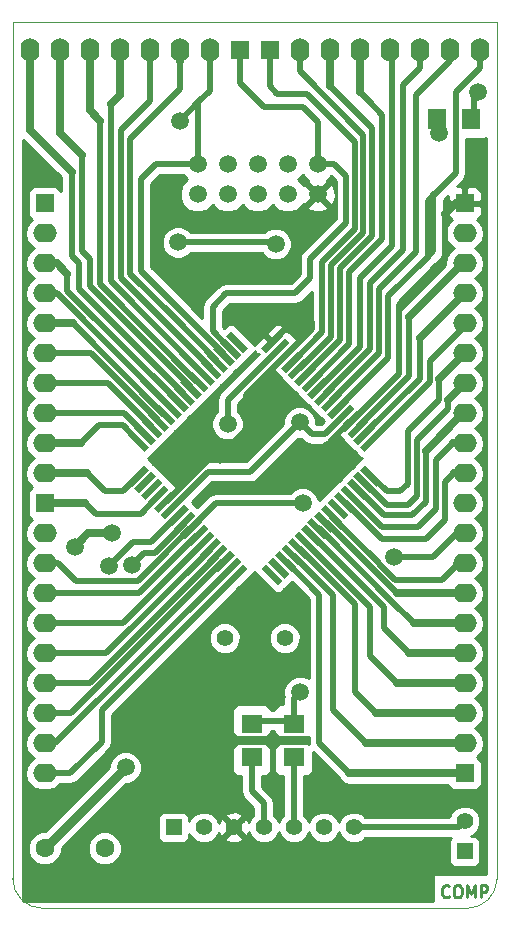
<source format=gbr>
G04 #@! TF.FileFunction,Copper,L1,Top,Signal*
%FSLAX46Y46*%
G04 Gerber Fmt 4.6, Leading zero omitted, Abs format (unit mm)*
G04 Created by KiCad (PCBNEW (2015-01-16 BZR 5376)-product) date 7/27/2015 11:16:32 AM*
%MOMM*%
G01*
G04 APERTURE LIST*
%ADD10C,0.150000*%
%ADD11C,0.100000*%
%ADD12C,0.254000*%
%ADD13C,1.600000*%
%ADD14R,1.600000X1.600000*%
%ADD15O,1.600000X2.000000*%
%ADD16O,2.000000X1.600000*%
%ADD17R,1.397000X1.397000*%
%ADD18C,1.397000*%
%ADD19R,1.800860X1.597660*%
%ADD20R,1.597660X1.800860*%
%ADD21C,1.506220*%
%ADD22C,1.422400*%
%ADD23C,1.500000*%
%ADD24C,0.508000*%
%ADD25C,0.635000*%
%ADD26C,0.762000*%
G04 APERTURE END LIST*
D10*
D11*
X57500000Y-109500000D02*
X57500000Y-37000000D01*
X60000000Y-112000000D02*
X96000000Y-112000000D01*
X98500000Y-109500000D02*
X98500000Y-37000000D01*
X57500000Y-109500000D02*
G75*
G03X60000000Y-112000000I2500000J0D01*
G01*
X96000000Y-112000000D02*
G75*
G03X98500000Y-109500000I0J2500000D01*
G01*
X57500000Y-37000000D02*
X98500000Y-37000000D01*
D12*
X94451714Y-110979857D02*
X94403333Y-111028238D01*
X94258190Y-111076619D01*
X94161428Y-111076619D01*
X94016286Y-111028238D01*
X93919524Y-110931476D01*
X93871143Y-110834714D01*
X93822762Y-110641190D01*
X93822762Y-110496048D01*
X93871143Y-110302524D01*
X93919524Y-110205762D01*
X94016286Y-110109000D01*
X94161428Y-110060619D01*
X94258190Y-110060619D01*
X94403333Y-110109000D01*
X94451714Y-110157381D01*
X95080667Y-110060619D02*
X95274190Y-110060619D01*
X95370952Y-110109000D01*
X95467714Y-110205762D01*
X95516095Y-110399286D01*
X95516095Y-110737952D01*
X95467714Y-110931476D01*
X95370952Y-111028238D01*
X95274190Y-111076619D01*
X95080667Y-111076619D01*
X94983905Y-111028238D01*
X94887143Y-110931476D01*
X94838762Y-110737952D01*
X94838762Y-110399286D01*
X94887143Y-110205762D01*
X94983905Y-110109000D01*
X95080667Y-110060619D01*
X95951524Y-111076619D02*
X95951524Y-110060619D01*
X96290190Y-110786333D01*
X96628857Y-110060619D01*
X96628857Y-111076619D01*
X97112667Y-111076619D02*
X97112667Y-110060619D01*
X97499714Y-110060619D01*
X97596476Y-110109000D01*
X97644857Y-110157381D01*
X97693238Y-110254143D01*
X97693238Y-110399286D01*
X97644857Y-110496048D01*
X97596476Y-110544429D01*
X97499714Y-110592810D01*
X97112667Y-110592810D01*
D10*
G36*
X75592293Y-63571786D02*
X75987424Y-63176655D01*
X77401637Y-64590868D01*
X77006506Y-64985999D01*
X75592293Y-63571786D01*
X75592293Y-63571786D01*
G37*
G36*
X75035517Y-64128562D02*
X75430648Y-63733431D01*
X76844861Y-65147644D01*
X76449730Y-65542775D01*
X75035517Y-64128562D01*
X75035517Y-64128562D01*
G37*
G36*
X74478741Y-64685337D02*
X74873872Y-64290206D01*
X76288085Y-65704419D01*
X75892954Y-66099550D01*
X74478741Y-64685337D01*
X74478741Y-64685337D01*
G37*
G36*
X73921965Y-65242113D02*
X74317096Y-64846982D01*
X75731309Y-66261195D01*
X75336178Y-66656326D01*
X73921965Y-65242113D01*
X73921965Y-65242113D01*
G37*
G36*
X73365189Y-65798889D02*
X73760320Y-65403758D01*
X75174533Y-66817971D01*
X74779402Y-67213102D01*
X73365189Y-65798889D01*
X73365189Y-65798889D01*
G37*
G36*
X72808413Y-66355665D02*
X73203544Y-65960534D01*
X74617757Y-67374747D01*
X74222626Y-67769878D01*
X72808413Y-66355665D01*
X72808413Y-66355665D01*
G37*
G36*
X72251638Y-66912441D02*
X72646769Y-66517310D01*
X74060982Y-67931523D01*
X73665851Y-68326654D01*
X72251638Y-66912441D01*
X72251638Y-66912441D01*
G37*
G36*
X71694862Y-67469217D02*
X72089993Y-67074086D01*
X73504206Y-68488299D01*
X73109075Y-68883430D01*
X71694862Y-67469217D01*
X71694862Y-67469217D01*
G37*
G36*
X71138086Y-68025993D02*
X71533217Y-67630862D01*
X72947430Y-69045075D01*
X72552299Y-69440206D01*
X71138086Y-68025993D01*
X71138086Y-68025993D01*
G37*
G36*
X70581310Y-68582769D02*
X70976441Y-68187638D01*
X72390654Y-69601851D01*
X71995523Y-69996982D01*
X70581310Y-68582769D01*
X70581310Y-68582769D01*
G37*
G36*
X70024534Y-69139544D02*
X70419665Y-68744413D01*
X71833878Y-70158626D01*
X71438747Y-70553757D01*
X70024534Y-69139544D01*
X70024534Y-69139544D01*
G37*
G36*
X69467758Y-69696320D02*
X69862889Y-69301189D01*
X71277102Y-70715402D01*
X70881971Y-71110533D01*
X69467758Y-69696320D01*
X69467758Y-69696320D01*
G37*
G36*
X68910982Y-70253096D02*
X69306113Y-69857965D01*
X70720326Y-71272178D01*
X70325195Y-71667309D01*
X68910982Y-70253096D01*
X68910982Y-70253096D01*
G37*
G36*
X68354206Y-70809872D02*
X68749337Y-70414741D01*
X70163550Y-71828954D01*
X69768419Y-72224085D01*
X68354206Y-70809872D01*
X68354206Y-70809872D01*
G37*
G36*
X67797431Y-71366648D02*
X68192562Y-70971517D01*
X69606775Y-72385730D01*
X69211644Y-72780861D01*
X67797431Y-71366648D01*
X67797431Y-71366648D01*
G37*
G36*
X67240655Y-71923424D02*
X67635786Y-71528293D01*
X69049999Y-72942506D01*
X68654868Y-73337637D01*
X67240655Y-71923424D01*
X67240655Y-71923424D01*
G37*
G36*
X67240655Y-75904576D02*
X68654868Y-74490363D01*
X69049999Y-74885494D01*
X67635786Y-76299707D01*
X67240655Y-75904576D01*
X67240655Y-75904576D01*
G37*
G36*
X67797431Y-76461352D02*
X69211644Y-75047139D01*
X69606775Y-75442270D01*
X68192562Y-76856483D01*
X67797431Y-76461352D01*
X67797431Y-76461352D01*
G37*
G36*
X68354206Y-77018128D02*
X69768419Y-75603915D01*
X70163550Y-75999046D01*
X68749337Y-77413259D01*
X68354206Y-77018128D01*
X68354206Y-77018128D01*
G37*
G36*
X68910982Y-77574904D02*
X70325195Y-76160691D01*
X70720326Y-76555822D01*
X69306113Y-77970035D01*
X68910982Y-77574904D01*
X68910982Y-77574904D01*
G37*
G36*
X69467758Y-78131680D02*
X70881971Y-76717467D01*
X71277102Y-77112598D01*
X69862889Y-78526811D01*
X69467758Y-78131680D01*
X69467758Y-78131680D01*
G37*
G36*
X70024534Y-78688456D02*
X71438747Y-77274243D01*
X71833878Y-77669374D01*
X70419665Y-79083587D01*
X70024534Y-78688456D01*
X70024534Y-78688456D01*
G37*
G36*
X70581310Y-79245231D02*
X71995523Y-77831018D01*
X72390654Y-78226149D01*
X70976441Y-79640362D01*
X70581310Y-79245231D01*
X70581310Y-79245231D01*
G37*
G36*
X71138086Y-79802007D02*
X72552299Y-78387794D01*
X72947430Y-78782925D01*
X71533217Y-80197138D01*
X71138086Y-79802007D01*
X71138086Y-79802007D01*
G37*
G36*
X71694862Y-80358783D02*
X73109075Y-78944570D01*
X73504206Y-79339701D01*
X72089993Y-80753914D01*
X71694862Y-80358783D01*
X71694862Y-80358783D01*
G37*
G36*
X72251638Y-80915559D02*
X73665851Y-79501346D01*
X74060982Y-79896477D01*
X72646769Y-81310690D01*
X72251638Y-80915559D01*
X72251638Y-80915559D01*
G37*
G36*
X72808413Y-81472335D02*
X74222626Y-80058122D01*
X74617757Y-80453253D01*
X73203544Y-81867466D01*
X72808413Y-81472335D01*
X72808413Y-81472335D01*
G37*
G36*
X73365189Y-82029111D02*
X74779402Y-80614898D01*
X75174533Y-81010029D01*
X73760320Y-82424242D01*
X73365189Y-82029111D01*
X73365189Y-82029111D01*
G37*
G36*
X73921965Y-82585887D02*
X75336178Y-81171674D01*
X75731309Y-81566805D01*
X74317096Y-82981018D01*
X73921965Y-82585887D01*
X73921965Y-82585887D01*
G37*
G36*
X74478741Y-83142663D02*
X75892954Y-81728450D01*
X76288085Y-82123581D01*
X74873872Y-83537794D01*
X74478741Y-83142663D01*
X74478741Y-83142663D01*
G37*
G36*
X75035517Y-83699438D02*
X76449730Y-82285225D01*
X76844861Y-82680356D01*
X75430648Y-84094569D01*
X75035517Y-83699438D01*
X75035517Y-83699438D01*
G37*
G36*
X75592293Y-84256214D02*
X77006506Y-82842001D01*
X77401637Y-83237132D01*
X75987424Y-84651345D01*
X75592293Y-84256214D01*
X75592293Y-84256214D01*
G37*
G36*
X78554363Y-83237132D02*
X78949494Y-82842001D01*
X80363707Y-84256214D01*
X79968576Y-84651345D01*
X78554363Y-83237132D01*
X78554363Y-83237132D01*
G37*
G36*
X79111139Y-82680356D02*
X79506270Y-82285225D01*
X80920483Y-83699438D01*
X80525352Y-84094569D01*
X79111139Y-82680356D01*
X79111139Y-82680356D01*
G37*
G36*
X79667915Y-82123581D02*
X80063046Y-81728450D01*
X81477259Y-83142663D01*
X81082128Y-83537794D01*
X79667915Y-82123581D01*
X79667915Y-82123581D01*
G37*
G36*
X80224691Y-81566805D02*
X80619822Y-81171674D01*
X82034035Y-82585887D01*
X81638904Y-82981018D01*
X80224691Y-81566805D01*
X80224691Y-81566805D01*
G37*
G36*
X80781467Y-81010029D02*
X81176598Y-80614898D01*
X82590811Y-82029111D01*
X82195680Y-82424242D01*
X80781467Y-81010029D01*
X80781467Y-81010029D01*
G37*
G36*
X81338243Y-80453253D02*
X81733374Y-80058122D01*
X83147587Y-81472335D01*
X82752456Y-81867466D01*
X81338243Y-80453253D01*
X81338243Y-80453253D01*
G37*
G36*
X81895018Y-79896477D02*
X82290149Y-79501346D01*
X83704362Y-80915559D01*
X83309231Y-81310690D01*
X81895018Y-79896477D01*
X81895018Y-79896477D01*
G37*
G36*
X82451794Y-79339701D02*
X82846925Y-78944570D01*
X84261138Y-80358783D01*
X83866007Y-80753914D01*
X82451794Y-79339701D01*
X82451794Y-79339701D01*
G37*
G36*
X83008570Y-78782925D02*
X83403701Y-78387794D01*
X84817914Y-79802007D01*
X84422783Y-80197138D01*
X83008570Y-78782925D01*
X83008570Y-78782925D01*
G37*
G36*
X83565346Y-78226149D02*
X83960477Y-77831018D01*
X85374690Y-79245231D01*
X84979559Y-79640362D01*
X83565346Y-78226149D01*
X83565346Y-78226149D01*
G37*
G36*
X84122122Y-77669374D02*
X84517253Y-77274243D01*
X85931466Y-78688456D01*
X85536335Y-79083587D01*
X84122122Y-77669374D01*
X84122122Y-77669374D01*
G37*
G36*
X84678898Y-77112598D02*
X85074029Y-76717467D01*
X86488242Y-78131680D01*
X86093111Y-78526811D01*
X84678898Y-77112598D01*
X84678898Y-77112598D01*
G37*
G36*
X85235674Y-76555822D02*
X85630805Y-76160691D01*
X87045018Y-77574904D01*
X86649887Y-77970035D01*
X85235674Y-76555822D01*
X85235674Y-76555822D01*
G37*
G36*
X85792450Y-75999046D02*
X86187581Y-75603915D01*
X87601794Y-77018128D01*
X87206663Y-77413259D01*
X85792450Y-75999046D01*
X85792450Y-75999046D01*
G37*
G36*
X86349225Y-75442270D02*
X86744356Y-75047139D01*
X88158569Y-76461352D01*
X87763438Y-76856483D01*
X86349225Y-75442270D01*
X86349225Y-75442270D01*
G37*
G36*
X86906001Y-74885494D02*
X87301132Y-74490363D01*
X88715345Y-75904576D01*
X88320214Y-76299707D01*
X86906001Y-74885494D01*
X86906001Y-74885494D01*
G37*
G36*
X86906001Y-72942506D02*
X88320214Y-71528293D01*
X88715345Y-71923424D01*
X87301132Y-73337637D01*
X86906001Y-72942506D01*
X86906001Y-72942506D01*
G37*
G36*
X86349225Y-72385730D02*
X87763438Y-70971517D01*
X88158569Y-71366648D01*
X86744356Y-72780861D01*
X86349225Y-72385730D01*
X86349225Y-72385730D01*
G37*
G36*
X85792450Y-71828954D02*
X87206663Y-70414741D01*
X87601794Y-70809872D01*
X86187581Y-72224085D01*
X85792450Y-71828954D01*
X85792450Y-71828954D01*
G37*
G36*
X85235674Y-71272178D02*
X86649887Y-69857965D01*
X87045018Y-70253096D01*
X85630805Y-71667309D01*
X85235674Y-71272178D01*
X85235674Y-71272178D01*
G37*
G36*
X84678898Y-70715402D02*
X86093111Y-69301189D01*
X86488242Y-69696320D01*
X85074029Y-71110533D01*
X84678898Y-70715402D01*
X84678898Y-70715402D01*
G37*
G36*
X84122122Y-70158626D02*
X85536335Y-68744413D01*
X85931466Y-69139544D01*
X84517253Y-70553757D01*
X84122122Y-70158626D01*
X84122122Y-70158626D01*
G37*
G36*
X83565346Y-69601851D02*
X84979559Y-68187638D01*
X85374690Y-68582769D01*
X83960477Y-69996982D01*
X83565346Y-69601851D01*
X83565346Y-69601851D01*
G37*
G36*
X83008570Y-69045075D02*
X84422783Y-67630862D01*
X84817914Y-68025993D01*
X83403701Y-69440206D01*
X83008570Y-69045075D01*
X83008570Y-69045075D01*
G37*
G36*
X82451794Y-68488299D02*
X83866007Y-67074086D01*
X84261138Y-67469217D01*
X82846925Y-68883430D01*
X82451794Y-68488299D01*
X82451794Y-68488299D01*
G37*
G36*
X81895018Y-67931523D02*
X83309231Y-66517310D01*
X83704362Y-66912441D01*
X82290149Y-68326654D01*
X81895018Y-67931523D01*
X81895018Y-67931523D01*
G37*
G36*
X81338243Y-67374747D02*
X82752456Y-65960534D01*
X83147587Y-66355665D01*
X81733374Y-67769878D01*
X81338243Y-67374747D01*
X81338243Y-67374747D01*
G37*
G36*
X80781467Y-66817971D02*
X82195680Y-65403758D01*
X82590811Y-65798889D01*
X81176598Y-67213102D01*
X80781467Y-66817971D01*
X80781467Y-66817971D01*
G37*
G36*
X80224691Y-66261195D02*
X81638904Y-64846982D01*
X82034035Y-65242113D01*
X80619822Y-66656326D01*
X80224691Y-66261195D01*
X80224691Y-66261195D01*
G37*
G36*
X79667915Y-65704419D02*
X81082128Y-64290206D01*
X81477259Y-64685337D01*
X80063046Y-66099550D01*
X79667915Y-65704419D01*
X79667915Y-65704419D01*
G37*
G36*
X79111139Y-65147644D02*
X80525352Y-63733431D01*
X80920483Y-64128562D01*
X79506270Y-65542775D01*
X79111139Y-65147644D01*
X79111139Y-65147644D01*
G37*
G36*
X78554363Y-64590868D02*
X79968576Y-63176655D01*
X80363707Y-63571786D01*
X78949494Y-64985999D01*
X78554363Y-64590868D01*
X78554363Y-64590868D01*
G37*
D13*
X60198000Y-106934000D03*
X65278000Y-106934000D03*
D14*
X76708000Y-39370000D03*
D15*
X74168000Y-39370000D03*
X71628000Y-39370000D03*
X69088000Y-39370000D03*
X66548000Y-39370000D03*
X64008000Y-39370000D03*
X61468000Y-39370000D03*
X58928000Y-39370000D03*
D14*
X79248000Y-39370000D03*
D15*
X81788000Y-39370000D03*
X84328000Y-39370000D03*
X86868000Y-39370000D03*
X89408000Y-39370000D03*
X91948000Y-39370000D03*
X94488000Y-39370000D03*
X97028000Y-39370000D03*
D14*
X60198000Y-77724000D03*
D16*
X60198000Y-80264000D03*
X60198000Y-82804000D03*
X60198000Y-85344000D03*
X60198000Y-87884000D03*
X60198000Y-90424000D03*
X60198000Y-92964000D03*
X60198000Y-95504000D03*
X60198000Y-98044000D03*
X60198000Y-100584000D03*
D14*
X60198000Y-52324000D03*
D16*
X60198000Y-54864000D03*
X60198000Y-57404000D03*
X60198000Y-59944000D03*
X60198000Y-62484000D03*
X60198000Y-65024000D03*
X60198000Y-67564000D03*
X60198000Y-70104000D03*
X60198000Y-72644000D03*
X60198000Y-75184000D03*
D14*
X95758000Y-100584000D03*
D16*
X95758000Y-98044000D03*
X95758000Y-95504000D03*
X95758000Y-92964000D03*
X95758000Y-90424000D03*
X95758000Y-87884000D03*
X95758000Y-85344000D03*
X95758000Y-82804000D03*
X95758000Y-80264000D03*
X95758000Y-77724000D03*
D14*
X95758000Y-52324000D03*
D16*
X95758000Y-54864000D03*
X95758000Y-57404000D03*
X95758000Y-59944000D03*
X95758000Y-62484000D03*
X95758000Y-65024000D03*
X95758000Y-67564000D03*
X95758000Y-70104000D03*
X95758000Y-72644000D03*
X95758000Y-75184000D03*
D17*
X71120000Y-105156000D03*
D18*
X73660000Y-105156000D03*
X76200000Y-105156000D03*
X78740000Y-105156000D03*
X81280000Y-105156000D03*
X83820000Y-105156000D03*
X86360000Y-105156000D03*
D17*
X95758000Y-107188000D03*
D18*
X95758000Y-104648000D03*
D19*
X77724000Y-96370140D03*
X77724000Y-99209860D03*
X81280000Y-96370140D03*
X81280000Y-99209860D03*
D20*
X96288860Y-45212000D03*
X93449140Y-45212000D03*
D21*
X83312000Y-49022000D03*
X83312000Y-51562000D03*
X80772000Y-49022000D03*
X80772000Y-51562000D03*
X78232000Y-49022000D03*
X78232000Y-51562000D03*
X75692000Y-49022000D03*
X75692000Y-51562000D03*
X73152000Y-49022000D03*
X73152000Y-51562000D03*
D22*
X75438000Y-89154000D03*
X80518000Y-89154000D03*
D23*
X77216000Y-61849000D03*
X78105000Y-85344000D03*
X74295000Y-94615000D03*
X75057000Y-73660000D03*
X84328000Y-73152000D03*
X89789000Y-82296000D03*
X82042000Y-77724000D03*
X71501000Y-55626000D03*
X79756000Y-55753000D03*
X67056000Y-100076000D03*
X71628000Y-45339000D03*
X96901000Y-42926000D03*
X62738000Y-81407000D03*
X65913000Y-80264000D03*
X75692000Y-70993000D03*
X81788000Y-70866000D03*
X65659000Y-83058000D03*
X67564000Y-82931000D03*
X81788000Y-93726000D03*
X93599000Y-46355000D03*
D24*
X82169000Y-61849000D02*
X82296000Y-61849000D01*
X77216000Y-61849000D02*
X82169000Y-61849000D01*
X77279500Y-90868500D02*
X77279500Y-86169500D01*
X77279500Y-86169500D02*
X78105000Y-85344000D01*
X82804000Y-62992000D02*
X82804000Y-62484000D01*
X81661000Y-61849000D02*
X82296000Y-61849000D01*
X82296000Y-61849000D02*
X82804000Y-62357000D01*
X82804000Y-62357000D02*
X82804000Y-62484000D01*
X74930000Y-93218000D02*
X77279500Y-90868500D01*
X77279500Y-90868500D02*
X77343000Y-90805000D01*
X74930000Y-93980000D02*
X74930000Y-93218000D01*
X74295000Y-94615000D02*
X74930000Y-93980000D01*
X80572587Y-65194878D02*
X80572587Y-65223413D01*
X77216000Y-71501000D02*
X75057000Y-73660000D01*
X77216000Y-68580000D02*
X77216000Y-71501000D01*
X80572587Y-65223413D02*
X77216000Y-68580000D01*
X70372430Y-77622139D02*
X70459861Y-77622139D01*
X70459861Y-77622139D02*
X74422000Y-73660000D01*
X74422000Y-73660000D02*
X75057000Y-73660000D01*
X86140346Y-70762637D02*
X86082363Y-70762637D01*
X84328000Y-72517000D02*
X84328000Y-73152000D01*
X86082363Y-70762637D02*
X84328000Y-72517000D01*
X79459035Y-64081327D02*
X79459035Y-64050965D01*
X79459035Y-64050965D02*
X81661000Y-61849000D01*
X80601122Y-65194878D02*
X82804000Y-62992000D01*
X80601122Y-65194878D02*
X80572587Y-65194878D01*
X86140346Y-70762637D02*
X86209363Y-70762637D01*
D25*
X94996000Y-52324000D02*
X95758000Y-52324000D01*
X94107000Y-53213000D02*
X94996000Y-52324000D01*
D24*
X94107000Y-57023000D02*
X94107000Y-53213000D01*
X90170000Y-60960000D02*
X94107000Y-57023000D01*
X90170000Y-66802000D02*
X90170000Y-60960000D01*
X86209363Y-70762637D02*
X90170000Y-66802000D01*
X95123000Y-80264000D02*
X95758000Y-80264000D01*
X93091000Y-82296000D02*
X95123000Y-80264000D01*
X89789000Y-82296000D02*
X93091000Y-82296000D01*
X72599534Y-79849242D02*
X72599534Y-79800466D01*
X74676000Y-77724000D02*
X82042000Y-77724000D01*
X72599534Y-79800466D02*
X74676000Y-77724000D01*
X69850000Y-82550000D02*
X68072000Y-84328000D01*
X61341000Y-82804000D02*
X60198000Y-82804000D01*
X62865000Y-84328000D02*
X61341000Y-82804000D01*
X68072000Y-84328000D02*
X62865000Y-84328000D01*
X72599534Y-79849242D02*
X72550758Y-79849242D01*
X72550758Y-79849242D02*
X69850000Y-82550000D01*
X79629000Y-55626000D02*
X71501000Y-55626000D01*
X79756000Y-55753000D02*
X79629000Y-55626000D01*
D26*
X67056000Y-100076000D02*
X60198000Y-106934000D01*
D24*
X69815654Y-77065363D02*
X69815654Y-77123346D01*
X68326000Y-78613000D02*
X64516000Y-78613000D01*
X64516000Y-78613000D02*
X63627000Y-77724000D01*
D25*
X63627000Y-77724000D02*
X60198000Y-77724000D01*
D24*
X69815654Y-77123346D02*
X68326000Y-78613000D01*
X78740000Y-105156000D02*
X78740000Y-103124000D01*
X78740000Y-103124000D02*
X77724000Y-102108000D01*
X77724000Y-102108000D02*
X77724000Y-99441000D01*
X83312000Y-49022000D02*
X83312000Y-45466000D01*
X76708000Y-42164000D02*
X76708000Y-39370000D01*
X78740000Y-44196000D02*
X76708000Y-42164000D01*
X82042000Y-44196000D02*
X78740000Y-44196000D01*
X83312000Y-45466000D02*
X82042000Y-44196000D01*
X82677000Y-57912000D02*
X82677000Y-57023000D01*
X74422000Y-61087000D02*
X75565000Y-59944000D01*
X75565000Y-59944000D02*
X81407000Y-59944000D01*
X81407000Y-59944000D02*
X82677000Y-58674000D01*
X82677000Y-58674000D02*
X82677000Y-57912000D01*
X75894973Y-64638103D02*
X74422000Y-63165130D01*
X75940189Y-64638103D02*
X75894973Y-64638103D01*
X74422000Y-63165130D02*
X74422000Y-61087000D01*
X84709000Y-49022000D02*
X83312000Y-49022000D01*
X85725000Y-50038000D02*
X84709000Y-49022000D01*
X85725000Y-53975000D02*
X85725000Y-50038000D01*
X82677000Y-57023000D02*
X85725000Y-53975000D01*
X60198000Y-59944000D02*
X61224121Y-59944000D01*
X61224121Y-59944000D02*
X70929206Y-69649085D01*
X81280000Y-105156000D02*
X81280000Y-99441000D01*
X73152000Y-49022000D02*
X73152000Y-43815000D01*
X73152000Y-43815000D02*
X73279000Y-43688000D01*
X71628000Y-45339000D02*
X73279000Y-43688000D01*
X73279000Y-43688000D02*
X74168000Y-42799000D01*
X74168000Y-42799000D02*
X74168000Y-39370000D01*
X68326000Y-52197000D02*
X68326000Y-50292000D01*
X69596000Y-49022000D02*
X73152000Y-49022000D01*
X68326000Y-50292000D02*
X69596000Y-49022000D01*
X73152000Y-49022000D02*
X73152000Y-45466000D01*
X74168000Y-42672000D02*
X74168000Y-39370000D01*
X72326500Y-62039500D02*
X69723000Y-59436000D01*
X74168000Y-42164000D02*
X74168000Y-39370000D01*
X68326000Y-58039000D02*
X68326000Y-52197000D01*
X69723000Y-59436000D02*
X68326000Y-58039000D01*
X75383413Y-65194878D02*
X75383413Y-65096413D01*
X75383413Y-65096413D02*
X72326500Y-62039500D01*
X96520000Y-43307000D02*
X96520000Y-45212000D01*
X96901000Y-42926000D02*
X96520000Y-43307000D01*
X80015811Y-64638103D02*
X80014897Y-64638103D01*
X80014897Y-64638103D02*
X78486000Y-66167000D01*
D25*
X62738000Y-81407000D02*
X63881000Y-80264000D01*
X63881000Y-80264000D02*
X65913000Y-80264000D01*
D24*
X80014897Y-64638103D02*
X75692000Y-68961000D01*
X75692000Y-68961000D02*
X75692000Y-70993000D01*
X70929206Y-78178915D02*
X70929206Y-78168794D01*
X77597000Y-75057000D02*
X81788000Y-70866000D01*
X74041000Y-75057000D02*
X77597000Y-75057000D01*
X70929206Y-78168794D02*
X74041000Y-75057000D01*
X85583570Y-70205861D02*
X85583570Y-70245430D01*
X82804000Y-71882000D02*
X81788000Y-70866000D01*
X83947000Y-71882000D02*
X82804000Y-71882000D01*
X85583570Y-70245430D02*
X83947000Y-71882000D01*
X69195672Y-81026000D02*
X71485982Y-78735690D01*
X67691000Y-81026000D02*
X69195672Y-81026000D01*
X65659000Y-83058000D02*
X67691000Y-81026000D01*
X72065823Y-79364307D02*
X72042758Y-79292466D01*
X67564000Y-82931000D02*
X68580000Y-81915000D01*
X68580000Y-81915000D02*
X69515130Y-81915000D01*
X69515130Y-81915000D02*
X72065823Y-79364307D01*
X81280000Y-96139000D02*
X81280000Y-94234000D01*
X81280000Y-94234000D02*
X81788000Y-93726000D01*
X77724000Y-96139000D02*
X81280000Y-96139000D01*
X93218000Y-45974000D02*
X93218000Y-45212000D01*
X93599000Y-46355000D02*
X93218000Y-45974000D01*
D25*
X60198000Y-57404000D02*
X61214000Y-57404000D01*
D24*
X62103000Y-58293000D02*
X62103000Y-59709328D01*
D25*
X61214000Y-57404000D02*
X62103000Y-58293000D01*
D24*
X62103000Y-59709328D02*
X71485982Y-69092310D01*
D25*
X60198000Y-62484000D02*
X62600792Y-62484000D01*
D24*
X70318550Y-70201758D02*
X70372430Y-70205861D01*
X62600792Y-62484000D02*
X70318550Y-70201758D01*
X69815654Y-70762637D02*
X69815654Y-70704654D01*
X64135000Y-65024000D02*
X60198000Y-65024000D01*
X69815654Y-70704654D02*
X64135000Y-65024000D01*
X69258878Y-71319413D02*
X69258878Y-71290878D01*
X65532000Y-67564000D02*
X60198000Y-67564000D01*
X69258878Y-71290878D02*
X65532000Y-67564000D01*
X68702103Y-71876189D02*
X68701189Y-71876189D01*
X66929000Y-70104000D02*
X60198000Y-70104000D01*
X68701189Y-71876189D02*
X66929000Y-70104000D01*
X68145327Y-72432965D02*
X68114965Y-72432965D01*
D25*
X63246000Y-72644000D02*
X60198000Y-72644000D01*
D24*
X64770000Y-71120000D02*
X63246000Y-72644000D01*
X66802000Y-71120000D02*
X64770000Y-71120000D01*
X68114965Y-72432965D02*
X66802000Y-71120000D01*
X68145327Y-75395035D02*
X68114965Y-75395035D01*
D25*
X63754000Y-75184000D02*
X60198000Y-75184000D01*
D24*
X65278000Y-76708000D02*
X63754000Y-75184000D01*
X66802000Y-76708000D02*
X65278000Y-76708000D01*
X68114965Y-75395035D02*
X66802000Y-76708000D01*
X68199000Y-85344000D02*
X60198000Y-85344000D01*
X73156310Y-80406018D02*
X73136982Y-80406018D01*
X73136982Y-80406018D02*
X68199000Y-85344000D01*
X73713085Y-80962794D02*
X73713085Y-80972915D01*
X73713085Y-80972915D02*
X66802000Y-87884000D01*
X66802000Y-87884000D02*
X60198000Y-87884000D01*
X65405000Y-90424000D02*
X60198000Y-90424000D01*
X74269861Y-81519570D02*
X74269861Y-81559139D01*
X74269861Y-81559139D02*
X65405000Y-90424000D01*
X74826637Y-82076346D02*
X74826637Y-82145363D01*
X74826637Y-82145363D02*
X64008000Y-92964000D01*
X64008000Y-92964000D02*
X60198000Y-92964000D01*
X62473792Y-95504000D02*
X60198000Y-95504000D01*
X75383413Y-82633122D02*
X75344670Y-82633122D01*
X75344670Y-82633122D02*
X62473792Y-95504000D01*
X75940189Y-83189897D02*
X75940189Y-83190811D01*
X61087000Y-98044000D02*
X60198000Y-98044000D01*
X75940189Y-83190811D02*
X61087000Y-98044000D01*
X62357000Y-100584000D02*
X60198000Y-100584000D01*
X65024000Y-97917000D02*
X62357000Y-100584000D01*
X65024000Y-95250000D02*
X65024000Y-97917000D01*
X76496965Y-83746673D02*
X76496965Y-83777035D01*
X76496965Y-83777035D02*
X65024000Y-95250000D01*
X80572587Y-82633122D02*
X80601122Y-82633122D01*
D25*
X85979000Y-100584000D02*
X95758000Y-100584000D01*
D24*
X83439000Y-98044000D02*
X85979000Y-100584000D01*
X83439000Y-85471000D02*
X83439000Y-98044000D01*
X80601122Y-82633122D02*
X83439000Y-85471000D01*
X81129363Y-82076346D02*
X81187346Y-82076346D01*
D25*
X87376000Y-98044000D02*
X95758000Y-98044000D01*
D24*
X84582000Y-95250000D02*
X87376000Y-98044000D01*
X84582000Y-85471000D02*
X84582000Y-95250000D01*
X81187346Y-82076346D02*
X84582000Y-85471000D01*
X81686139Y-81519570D02*
X81773570Y-81519570D01*
D25*
X88265000Y-95504000D02*
X95758000Y-95504000D01*
D24*
X86487000Y-93726000D02*
X88265000Y-95504000D01*
X86487000Y-86233000D02*
X86487000Y-93726000D01*
X81773570Y-81519570D02*
X86487000Y-86233000D01*
X82242915Y-80962794D02*
X82242915Y-80972915D01*
D25*
X90043000Y-92964000D02*
X95758000Y-92964000D01*
D24*
X87757000Y-90678000D02*
X90043000Y-92964000D01*
X87757000Y-86487000D02*
X87757000Y-90678000D01*
X82242915Y-80972915D02*
X87757000Y-86487000D01*
X82799690Y-80406018D02*
X82819018Y-80406018D01*
D25*
X91059000Y-90424000D02*
X95758000Y-90424000D01*
D24*
X88900000Y-88265000D02*
X91059000Y-90424000D01*
X88900000Y-86487000D02*
X88900000Y-88265000D01*
X82819018Y-80406018D02*
X88900000Y-86487000D01*
X67437000Y-49403000D02*
X67437000Y-46863000D01*
X71628000Y-42672000D02*
X71628000Y-39370000D01*
X67437000Y-46863000D02*
X71628000Y-42672000D01*
X71120000Y-61976000D02*
X67437000Y-58293000D01*
X74826637Y-65682637D02*
X71120000Y-61976000D01*
X74826637Y-65751654D02*
X74826637Y-65682637D01*
D25*
X71628000Y-40259000D02*
X71628000Y-39370000D01*
D24*
X67437000Y-58293000D02*
X67437000Y-49403000D01*
D25*
X95758000Y-87884000D02*
X91440000Y-87884000D01*
D24*
X90932000Y-87376000D02*
X91440000Y-87884000D01*
X83405242Y-79849242D02*
X83356466Y-79849242D01*
X83405242Y-79849242D02*
X90043000Y-86487000D01*
X90043000Y-86487000D02*
X90932000Y-87376000D01*
X83913242Y-79292466D02*
X83991466Y-79292466D01*
D25*
X90043000Y-85344000D02*
X95758000Y-85344000D01*
D24*
X83991466Y-79292466D02*
X90043000Y-85344000D01*
X88519000Y-82804000D02*
X88519000Y-82850130D01*
X95250000Y-82804000D02*
X95758000Y-82804000D01*
X93853000Y-84201000D02*
X95250000Y-82804000D01*
X89869870Y-84201000D02*
X93853000Y-84201000D01*
X88519000Y-82850130D02*
X89869870Y-84201000D01*
X84470018Y-78735690D02*
X84470018Y-78755018D01*
X84470018Y-78755018D02*
X88519000Y-82804000D01*
X85583570Y-77622139D02*
X85623139Y-77622139D01*
D25*
X94869000Y-75184000D02*
X95758000Y-75184000D01*
D24*
X94107000Y-75946000D02*
X94869000Y-75184000D01*
X94107000Y-79121000D02*
X94107000Y-75946000D01*
X92456000Y-80772000D02*
X94107000Y-79121000D01*
X88773000Y-80772000D02*
X92456000Y-80772000D01*
X85623139Y-77622139D02*
X88773000Y-80772000D01*
X86140346Y-77065363D02*
X86140346Y-77123346D01*
D25*
X94742000Y-72644000D02*
X95758000Y-72644000D01*
D24*
X93345000Y-74041000D02*
X94742000Y-72644000D01*
X93345000Y-78232000D02*
X93345000Y-74041000D01*
X91821000Y-79756000D02*
X93345000Y-78232000D01*
X88773000Y-79756000D02*
X91821000Y-79756000D01*
X86140346Y-77123346D02*
X88773000Y-79756000D01*
X92456000Y-73660000D02*
X92456000Y-73279000D01*
X95631000Y-70104000D02*
X95758000Y-70104000D01*
D25*
X92456000Y-73279000D02*
X95631000Y-70104000D01*
D24*
X86697122Y-76508587D02*
X86697122Y-76537122D01*
X92456000Y-77597000D02*
X92456000Y-73660000D01*
X91313000Y-78740000D02*
X92456000Y-77597000D01*
X88900000Y-78740000D02*
X91313000Y-78740000D01*
X86697122Y-76537122D02*
X88900000Y-78740000D01*
X91694000Y-73279000D02*
X91694000Y-72390000D01*
D25*
X94361000Y-68961000D02*
X95758000Y-67564000D01*
D24*
X94361000Y-69723000D02*
X94361000Y-68961000D01*
X91694000Y-72390000D02*
X94361000Y-69723000D01*
X87253897Y-75951811D02*
X87254811Y-75951811D01*
X91694000Y-77089000D02*
X91694000Y-73279000D01*
X90932000Y-77851000D02*
X91694000Y-77089000D01*
X89154000Y-77851000D02*
X90932000Y-77851000D01*
X87254811Y-75951811D02*
X89154000Y-77851000D01*
X90932000Y-73152000D02*
X90932000Y-71628000D01*
D25*
X93599000Y-67183000D02*
X95758000Y-65024000D01*
D24*
X93599000Y-68961000D02*
X93599000Y-67183000D01*
X90932000Y-71628000D02*
X93599000Y-68961000D01*
X87810673Y-75395035D02*
X87841035Y-75395035D01*
X90932000Y-76073000D02*
X90932000Y-73152000D01*
X90297000Y-76708000D02*
X90932000Y-76073000D01*
X89154000Y-76708000D02*
X90297000Y-76708000D01*
X87841035Y-75395035D02*
X89154000Y-76708000D01*
X87810673Y-72432965D02*
X87841035Y-72432965D01*
X95758000Y-62738000D02*
X95758000Y-62484000D01*
X92837000Y-65659000D02*
X95758000Y-62738000D01*
X92837000Y-67437000D02*
X92837000Y-65659000D01*
X87841035Y-72432965D02*
X92837000Y-67437000D01*
X66675000Y-46736000D02*
X66675000Y-46101000D01*
X69088000Y-43688000D02*
X69088000Y-39370000D01*
X66675000Y-46101000D02*
X69088000Y-43688000D01*
X66675000Y-48260000D02*
X66675000Y-46736000D01*
X74269861Y-66308430D02*
X74269861Y-66268861D01*
X66675000Y-58674000D02*
X66675000Y-48260000D01*
X74269861Y-66268861D02*
X66675000Y-58674000D01*
X87253897Y-71876189D02*
X87254811Y-71876189D01*
D25*
X91948000Y-63754000D02*
X95758000Y-59944000D01*
D24*
X91948000Y-67183000D02*
X91948000Y-63754000D01*
X87254811Y-71876189D02*
X91948000Y-67183000D01*
X86697122Y-71319413D02*
X86697122Y-71290878D01*
X95631000Y-57404000D02*
X95758000Y-57404000D01*
D25*
X91059000Y-61976000D02*
X95631000Y-57404000D01*
D24*
X91059000Y-66929000D02*
X91059000Y-61976000D01*
X86697122Y-71290878D02*
X91059000Y-66929000D01*
X92646500Y-56832500D02*
X92646500Y-52133500D01*
X97028000Y-40894000D02*
X97028000Y-39370000D01*
X94996000Y-42926000D02*
X97028000Y-40894000D01*
X94996000Y-49784000D02*
X94996000Y-42926000D01*
X92646500Y-52133500D02*
X94996000Y-49784000D01*
X93091000Y-52832000D02*
X93091000Y-51562000D01*
X85026794Y-69649085D02*
X85036915Y-69649085D01*
X93091000Y-56388000D02*
X93091000Y-52832000D01*
X89281000Y-60198000D02*
X92646500Y-56832500D01*
X92646500Y-56832500D02*
X93091000Y-56388000D01*
X89281000Y-65405000D02*
X89281000Y-60198000D01*
X85036915Y-69649085D02*
X89281000Y-65405000D01*
X91630500Y-56451500D02*
X91630500Y-43116500D01*
X94488000Y-40259000D02*
X94488000Y-39370000D01*
X91630500Y-43116500D02*
X94488000Y-40259000D01*
X84470018Y-69092310D02*
X84470018Y-69072982D01*
X88519000Y-59563000D02*
X91630500Y-56451500D01*
X88519000Y-65024000D02*
X88519000Y-59563000D01*
X84470018Y-69072982D02*
X88519000Y-65024000D01*
X90551000Y-56261000D02*
X90551000Y-42291000D01*
X91948000Y-40894000D02*
X91948000Y-39370000D01*
X90551000Y-42291000D02*
X91948000Y-40894000D01*
X83913242Y-68535534D02*
X83913242Y-68486758D01*
X87757000Y-59055000D02*
X90551000Y-56261000D01*
X87757000Y-64643000D02*
X87757000Y-59055000D01*
X83913242Y-68486758D02*
X87757000Y-64643000D01*
X89598500Y-55943500D02*
X89598500Y-39560500D01*
X89598500Y-39560500D02*
X89408000Y-39370000D01*
X83356466Y-67978758D02*
X83405242Y-67978758D01*
X86868000Y-58674000D02*
X89598500Y-55943500D01*
X86868000Y-64516000D02*
X86868000Y-58674000D01*
X83405242Y-67978758D02*
X86868000Y-64516000D01*
X88773000Y-55372000D02*
X88773000Y-44831000D01*
X88773000Y-44831000D02*
X87630000Y-43688000D01*
D25*
X86868000Y-42926000D02*
X86868000Y-39370000D01*
D24*
X87630000Y-43688000D02*
X86868000Y-42926000D01*
X82799690Y-67421982D02*
X82819018Y-67421982D01*
X85979000Y-58166000D02*
X88773000Y-55372000D01*
X85979000Y-64262000D02*
X85979000Y-58166000D01*
X82819018Y-67421982D02*
X85979000Y-64262000D01*
X87884000Y-47498000D02*
X87884000Y-45974000D01*
D25*
X84328000Y-42418000D02*
X84328000Y-39370000D01*
D24*
X87884000Y-45974000D02*
X84328000Y-42418000D01*
X82242915Y-66865206D02*
X82242915Y-66855085D01*
X87884000Y-55118000D02*
X87884000Y-47498000D01*
X85217000Y-57785000D02*
X87884000Y-55118000D01*
X85217000Y-63881000D02*
X85217000Y-57785000D01*
X82242915Y-66855085D02*
X85217000Y-63881000D01*
X65786000Y-58928000D02*
X65786000Y-43942000D01*
X73713085Y-66855085D02*
X65786000Y-58928000D01*
X73713085Y-66865206D02*
X73713085Y-66855085D01*
D25*
X66548000Y-43180000D02*
X66548000Y-39370000D01*
X65786000Y-43942000D02*
X66548000Y-43180000D01*
D24*
X87198198Y-46685198D02*
X87198198Y-46558198D01*
X81773570Y-66308430D02*
X84455000Y-63627000D01*
X84455000Y-63627000D02*
X84455000Y-62484000D01*
X81686139Y-66308430D02*
X81773570Y-66308430D01*
X84455000Y-62484000D02*
X84455000Y-59817000D01*
X84455000Y-57577130D02*
X87198198Y-54833932D01*
X87198198Y-54833932D02*
X87198198Y-46685198D01*
X84455000Y-59817000D02*
X84455000Y-57577130D01*
X81788000Y-41148000D02*
X81788000Y-39370000D01*
X87198198Y-46558198D02*
X81788000Y-41148000D01*
X81788000Y-39751000D02*
X81788000Y-39370000D01*
X83693000Y-61976000D02*
X83693000Y-57277000D01*
X79248000Y-42418000D02*
X79248000Y-39370000D01*
X79883000Y-43053000D02*
X79248000Y-42418000D01*
X82423000Y-43053000D02*
X79883000Y-43053000D01*
X86487000Y-47117000D02*
X82423000Y-43053000D01*
X86487000Y-54483000D02*
X86487000Y-47117000D01*
X83693000Y-57277000D02*
X86487000Y-54483000D01*
X81129363Y-65751654D02*
X81187346Y-65751654D01*
X83693000Y-63246000D02*
X83693000Y-61976000D01*
X81187346Y-65751654D02*
X83693000Y-63246000D01*
D25*
X64008000Y-39370000D02*
X64008000Y-44450000D01*
D24*
X73136982Y-67421982D02*
X64897000Y-59182000D01*
X64897000Y-59182000D02*
X64897000Y-45339000D01*
D25*
X64897000Y-45339000D02*
X64008000Y-44450000D01*
D24*
X73136982Y-67421982D02*
X73156310Y-67421982D01*
D25*
X61468000Y-39370000D02*
X61468000Y-46355000D01*
D24*
X72599534Y-67900534D02*
X64008000Y-59309000D01*
X64008000Y-59309000D02*
X64008000Y-57023000D01*
X64008000Y-57023000D02*
X63373000Y-56388000D01*
X63373000Y-56388000D02*
X63373000Y-48260000D01*
D25*
X63373000Y-48260000D02*
X61468000Y-46355000D01*
D24*
X72599534Y-67900534D02*
X72599534Y-67978758D01*
D25*
X58928000Y-39370000D02*
X58928000Y-46101000D01*
D24*
X72042758Y-68486758D02*
X63119000Y-59563000D01*
X63119000Y-59563000D02*
X63119000Y-57912000D01*
D25*
X62484000Y-49657000D02*
X58928000Y-46101000D01*
D24*
X72042758Y-68486758D02*
X72042758Y-68535534D01*
X63119000Y-57404000D02*
X62484000Y-56769000D01*
X62484000Y-56769000D02*
X62484000Y-49657000D01*
X63119000Y-57912000D02*
X63119000Y-57404000D01*
X86360000Y-105156000D02*
X95250000Y-105156000D01*
X95250000Y-105156000D02*
X95758000Y-104648000D01*
D12*
G36*
X82804000Y-62877764D02*
X81685856Y-63995907D01*
X81638903Y-63948954D01*
X81555567Y-64032289D01*
X81555593Y-64002806D01*
X81526651Y-63932761D01*
X81526651Y-63836703D01*
X81442297Y-63752193D01*
X81441811Y-63751991D01*
X81280652Y-63590549D01*
X80901720Y-63211617D01*
X80885521Y-63195418D01*
X80885469Y-63195396D01*
X80817210Y-63127263D01*
X80721386Y-63127263D01*
X80652216Y-63098541D01*
X80399597Y-63098321D01*
X80166124Y-63194790D01*
X80076445Y-63284311D01*
X80413099Y-62947658D01*
X80413099Y-62723152D01*
X80328745Y-62638642D01*
X80095440Y-62541765D01*
X79842821Y-62541545D01*
X79609348Y-62638014D01*
X79430563Y-62816486D01*
X79014512Y-63232693D01*
X79014512Y-63457199D01*
X79458957Y-63901644D01*
X79279352Y-64081249D01*
X78834907Y-63636804D01*
X78610401Y-63636804D01*
X78194194Y-64052855D01*
X78015722Y-64231640D01*
X77978000Y-64322934D01*
X77940278Y-64231640D01*
X77761806Y-64052855D01*
X76347592Y-62638642D01*
X76114287Y-62541765D01*
X75861668Y-62541545D01*
X75628196Y-62638014D01*
X75449411Y-62816486D01*
X75390001Y-62875895D01*
X75311000Y-62796894D01*
X75311000Y-61455236D01*
X75933236Y-60833000D01*
X81407000Y-60833000D01*
X81747205Y-60765329D01*
X81747206Y-60765329D01*
X82035618Y-60572618D01*
X82804000Y-59804236D01*
X82804000Y-61976000D01*
X82804000Y-62877764D01*
X82804000Y-62877764D01*
G37*
X82804000Y-62877764D02*
X81685856Y-63995907D01*
X81638903Y-63948954D01*
X81555567Y-64032289D01*
X81555593Y-64002806D01*
X81526651Y-63932761D01*
X81526651Y-63836703D01*
X81442297Y-63752193D01*
X81441811Y-63751991D01*
X81280652Y-63590549D01*
X80901720Y-63211617D01*
X80885521Y-63195418D01*
X80885469Y-63195396D01*
X80817210Y-63127263D01*
X80721386Y-63127263D01*
X80652216Y-63098541D01*
X80399597Y-63098321D01*
X80166124Y-63194790D01*
X80076445Y-63284311D01*
X80413099Y-62947658D01*
X80413099Y-62723152D01*
X80328745Y-62638642D01*
X80095440Y-62541765D01*
X79842821Y-62541545D01*
X79609348Y-62638014D01*
X79430563Y-62816486D01*
X79014512Y-63232693D01*
X79014512Y-63457199D01*
X79458957Y-63901644D01*
X79279352Y-64081249D01*
X78834907Y-63636804D01*
X78610401Y-63636804D01*
X78194194Y-64052855D01*
X78015722Y-64231640D01*
X77978000Y-64322934D01*
X77940278Y-64231640D01*
X77761806Y-64052855D01*
X76347592Y-62638642D01*
X76114287Y-62541765D01*
X75861668Y-62541545D01*
X75628196Y-62638014D01*
X75449411Y-62816486D01*
X75390001Y-62875895D01*
X75311000Y-62796894D01*
X75311000Y-61455236D01*
X75933236Y-60833000D01*
X81407000Y-60833000D01*
X81747205Y-60765329D01*
X81747206Y-60765329D01*
X82035618Y-60572618D01*
X82804000Y-59804236D01*
X82804000Y-61976000D01*
X82804000Y-62877764D01*
G36*
X83818539Y-70753224D02*
X83578764Y-70993000D01*
X83172889Y-70993000D01*
X83173240Y-70591715D01*
X82962831Y-70082485D01*
X82573564Y-69692539D01*
X82064702Y-69481241D01*
X81513715Y-69480760D01*
X81004485Y-69691169D01*
X80614539Y-70080436D01*
X80403241Y-70589298D01*
X80402887Y-70993876D01*
X77228764Y-74168000D01*
X74041000Y-74168000D01*
X73700794Y-74235671D01*
X73412382Y-74428382D01*
X71451647Y-76389116D01*
X71438746Y-76376215D01*
X71355409Y-76459551D01*
X71355436Y-76430066D01*
X71326494Y-76360021D01*
X71326494Y-76263964D01*
X71242140Y-76179454D01*
X71241656Y-76179253D01*
X71080495Y-76017809D01*
X70685364Y-75622678D01*
X70684880Y-75622477D01*
X70523719Y-75461033D01*
X70128588Y-75065902D01*
X70128106Y-75065702D01*
X69966944Y-74904257D01*
X69571813Y-74509126D01*
X69571329Y-74508925D01*
X69410168Y-74347481D01*
X69015037Y-73952350D01*
X68922741Y-73914025D01*
X69014096Y-73876278D01*
X69192881Y-73697806D01*
X69588012Y-73302675D01*
X69588212Y-73302191D01*
X69749657Y-73141030D01*
X70144788Y-72745899D01*
X70144989Y-72745413D01*
X70306432Y-72584254D01*
X70701563Y-72189123D01*
X70701763Y-72188639D01*
X70863208Y-72027478D01*
X71258339Y-71632347D01*
X71258539Y-71631863D01*
X71419984Y-71470702D01*
X71815115Y-71075571D01*
X71815315Y-71075087D01*
X71976760Y-70913926D01*
X72371891Y-70518795D01*
X72372090Y-70518313D01*
X72533536Y-70357151D01*
X72928667Y-69962020D01*
X72928867Y-69961536D01*
X73090312Y-69800375D01*
X73485443Y-69405244D01*
X73485643Y-69404760D01*
X73647088Y-69243599D01*
X74042219Y-68848468D01*
X74042419Y-68847984D01*
X74203864Y-68686823D01*
X74598995Y-68291692D01*
X74599196Y-68291206D01*
X74760639Y-68130047D01*
X75155770Y-67734916D01*
X75155970Y-67734432D01*
X75317415Y-67573271D01*
X75712546Y-67178140D01*
X75712746Y-67177656D01*
X75874191Y-67016495D01*
X76269322Y-66621364D01*
X76269522Y-66620880D01*
X76430967Y-66459719D01*
X76826098Y-66064588D01*
X76826297Y-66064106D01*
X76987743Y-65902944D01*
X77382874Y-65507813D01*
X77383074Y-65507329D01*
X77544519Y-65346168D01*
X77939650Y-64951037D01*
X77978000Y-64858680D01*
X78016350Y-64951037D01*
X78100860Y-65035391D01*
X78325363Y-65035391D01*
X78213111Y-65147643D01*
X78230615Y-65165147D01*
X77857382Y-65538382D01*
X77857381Y-65538382D01*
X75063382Y-68332382D01*
X74870671Y-68620794D01*
X74803000Y-68961000D01*
X74803000Y-69923470D01*
X74518539Y-70207436D01*
X74307241Y-70716298D01*
X74306760Y-71267285D01*
X74517169Y-71776515D01*
X74906436Y-72166461D01*
X75415298Y-72377759D01*
X75966285Y-72378240D01*
X76475515Y-72167831D01*
X76865461Y-71778564D01*
X77076759Y-71269702D01*
X77077240Y-70718715D01*
X76866831Y-70209485D01*
X76581000Y-69923155D01*
X76581000Y-69329236D01*
X79114618Y-66795618D01*
X79487852Y-66422383D01*
X79506271Y-66440802D01*
X79589606Y-66357466D01*
X79589581Y-66386951D01*
X79618523Y-66456995D01*
X79618523Y-66553053D01*
X79702877Y-66637563D01*
X79703360Y-66637763D01*
X79864522Y-66799208D01*
X80259653Y-67194339D01*
X80260136Y-67194539D01*
X80421298Y-67355984D01*
X80816429Y-67751115D01*
X80816912Y-67751315D01*
X80978074Y-67912760D01*
X81373205Y-68307891D01*
X81373686Y-68308090D01*
X81534849Y-68469536D01*
X81929980Y-68864667D01*
X81930463Y-68864867D01*
X82091625Y-69026312D01*
X82486756Y-69421443D01*
X82487239Y-69421643D01*
X82648401Y-69583088D01*
X83043532Y-69978219D01*
X83044015Y-69978419D01*
X83205177Y-70139864D01*
X83600308Y-70534995D01*
X83600793Y-70535196D01*
X83761953Y-70696639D01*
X83818539Y-70753224D01*
X83818539Y-70753224D01*
G37*
X83818539Y-70753224D02*
X83578764Y-70993000D01*
X83172889Y-70993000D01*
X83173240Y-70591715D01*
X82962831Y-70082485D01*
X82573564Y-69692539D01*
X82064702Y-69481241D01*
X81513715Y-69480760D01*
X81004485Y-69691169D01*
X80614539Y-70080436D01*
X80403241Y-70589298D01*
X80402887Y-70993876D01*
X77228764Y-74168000D01*
X74041000Y-74168000D01*
X73700794Y-74235671D01*
X73412382Y-74428382D01*
X71451647Y-76389116D01*
X71438746Y-76376215D01*
X71355409Y-76459551D01*
X71355436Y-76430066D01*
X71326494Y-76360021D01*
X71326494Y-76263964D01*
X71242140Y-76179454D01*
X71241656Y-76179253D01*
X71080495Y-76017809D01*
X70685364Y-75622678D01*
X70684880Y-75622477D01*
X70523719Y-75461033D01*
X70128588Y-75065902D01*
X70128106Y-75065702D01*
X69966944Y-74904257D01*
X69571813Y-74509126D01*
X69571329Y-74508925D01*
X69410168Y-74347481D01*
X69015037Y-73952350D01*
X68922741Y-73914025D01*
X69014096Y-73876278D01*
X69192881Y-73697806D01*
X69588012Y-73302675D01*
X69588212Y-73302191D01*
X69749657Y-73141030D01*
X70144788Y-72745899D01*
X70144989Y-72745413D01*
X70306432Y-72584254D01*
X70701563Y-72189123D01*
X70701763Y-72188639D01*
X70863208Y-72027478D01*
X71258339Y-71632347D01*
X71258539Y-71631863D01*
X71419984Y-71470702D01*
X71815115Y-71075571D01*
X71815315Y-71075087D01*
X71976760Y-70913926D01*
X72371891Y-70518795D01*
X72372090Y-70518313D01*
X72533536Y-70357151D01*
X72928667Y-69962020D01*
X72928867Y-69961536D01*
X73090312Y-69800375D01*
X73485443Y-69405244D01*
X73485643Y-69404760D01*
X73647088Y-69243599D01*
X74042219Y-68848468D01*
X74042419Y-68847984D01*
X74203864Y-68686823D01*
X74598995Y-68291692D01*
X74599196Y-68291206D01*
X74760639Y-68130047D01*
X75155770Y-67734916D01*
X75155970Y-67734432D01*
X75317415Y-67573271D01*
X75712546Y-67178140D01*
X75712746Y-67177656D01*
X75874191Y-67016495D01*
X76269322Y-66621364D01*
X76269522Y-66620880D01*
X76430967Y-66459719D01*
X76826098Y-66064588D01*
X76826297Y-66064106D01*
X76987743Y-65902944D01*
X77382874Y-65507813D01*
X77383074Y-65507329D01*
X77544519Y-65346168D01*
X77939650Y-64951037D01*
X77978000Y-64858680D01*
X78016350Y-64951037D01*
X78100860Y-65035391D01*
X78325363Y-65035391D01*
X78213111Y-65147643D01*
X78230615Y-65165147D01*
X77857382Y-65538382D01*
X77857381Y-65538382D01*
X75063382Y-68332382D01*
X74870671Y-68620794D01*
X74803000Y-68961000D01*
X74803000Y-69923470D01*
X74518539Y-70207436D01*
X74307241Y-70716298D01*
X74306760Y-71267285D01*
X74517169Y-71776515D01*
X74906436Y-72166461D01*
X75415298Y-72377759D01*
X75966285Y-72378240D01*
X76475515Y-72167831D01*
X76865461Y-71778564D01*
X77076759Y-71269702D01*
X77077240Y-70718715D01*
X76866831Y-70209485D01*
X76581000Y-69923155D01*
X76581000Y-69329236D01*
X79114618Y-66795618D01*
X79487852Y-66422383D01*
X79506271Y-66440802D01*
X79589606Y-66357466D01*
X79589581Y-66386951D01*
X79618523Y-66456995D01*
X79618523Y-66553053D01*
X79702877Y-66637563D01*
X79703360Y-66637763D01*
X79864522Y-66799208D01*
X80259653Y-67194339D01*
X80260136Y-67194539D01*
X80421298Y-67355984D01*
X80816429Y-67751115D01*
X80816912Y-67751315D01*
X80978074Y-67912760D01*
X81373205Y-68307891D01*
X81373686Y-68308090D01*
X81534849Y-68469536D01*
X81929980Y-68864667D01*
X81930463Y-68864867D01*
X82091625Y-69026312D01*
X82486756Y-69421443D01*
X82487239Y-69421643D01*
X82648401Y-69583088D01*
X83043532Y-69978219D01*
X83044015Y-69978419D01*
X83205177Y-70139864D01*
X83600308Y-70534995D01*
X83600793Y-70535196D01*
X83761953Y-70696639D01*
X83818539Y-70753224D01*
G36*
X84836000Y-53606764D02*
X84833588Y-53609176D01*
X84833588Y-51796692D01*
X84807578Y-51196540D01*
X84627951Y-50762886D01*
X84374060Y-50679546D01*
X83491605Y-51562000D01*
X84374060Y-52444454D01*
X84627951Y-52361114D01*
X84833588Y-51796692D01*
X84833588Y-53609176D01*
X84194454Y-54248310D01*
X84194454Y-52624060D01*
X83312000Y-51741605D01*
X82429546Y-52624060D01*
X82512886Y-52877951D01*
X83077308Y-53083588D01*
X83677460Y-53057578D01*
X84111114Y-52877951D01*
X84194454Y-52624060D01*
X84194454Y-54248310D01*
X82048382Y-56394382D01*
X81855671Y-56682794D01*
X81788000Y-57023000D01*
X81788000Y-57912000D01*
X81788000Y-58305764D01*
X81141240Y-58952524D01*
X81141240Y-55478715D01*
X80930831Y-54969485D01*
X80541564Y-54579539D01*
X80032702Y-54368241D01*
X79481715Y-54367760D01*
X78972485Y-54578169D01*
X78813376Y-54737000D01*
X72570529Y-54737000D01*
X72286564Y-54452539D01*
X71777702Y-54241241D01*
X71226715Y-54240760D01*
X70717485Y-54451169D01*
X70327539Y-54840436D01*
X70116241Y-55349298D01*
X70115760Y-55900285D01*
X70326169Y-56409515D01*
X70715436Y-56799461D01*
X71224298Y-57010759D01*
X71775285Y-57011240D01*
X72284515Y-56800831D01*
X72570844Y-56515000D01*
X78572279Y-56515000D01*
X78581169Y-56536515D01*
X78970436Y-56926461D01*
X79479298Y-57137759D01*
X80030285Y-57138240D01*
X80539515Y-56927831D01*
X80929461Y-56538564D01*
X81140759Y-56029702D01*
X81141240Y-55478715D01*
X81141240Y-58952524D01*
X81038764Y-59055000D01*
X75565000Y-59055000D01*
X75224794Y-59122671D01*
X74936382Y-59315382D01*
X73793382Y-60458382D01*
X73600671Y-60746794D01*
X73533000Y-61087000D01*
X73533000Y-61988764D01*
X72955118Y-61410882D01*
X70351618Y-58807382D01*
X69215000Y-57670764D01*
X69215000Y-52197000D01*
X69215000Y-50660236D01*
X69964236Y-49911000D01*
X71905849Y-49911000D01*
X72286537Y-50292353D01*
X71872631Y-50705537D01*
X71642263Y-51260325D01*
X71641739Y-51861040D01*
X71871138Y-52416228D01*
X72295537Y-52841369D01*
X72850325Y-53071737D01*
X73451040Y-53072261D01*
X74006228Y-52842862D01*
X74422353Y-52427462D01*
X74835537Y-52841369D01*
X75390325Y-53071737D01*
X75991040Y-53072261D01*
X76546228Y-52842862D01*
X76962353Y-52427462D01*
X77375537Y-52841369D01*
X77930325Y-53071737D01*
X78531040Y-53072261D01*
X79086228Y-52842862D01*
X79502353Y-52427462D01*
X79915537Y-52841369D01*
X80470325Y-53071737D01*
X81071040Y-53072261D01*
X81626228Y-52842862D01*
X82051369Y-52418463D01*
X82065690Y-52383973D01*
X82249940Y-52444454D01*
X83132395Y-51562000D01*
X82249940Y-50679546D01*
X82066129Y-50739881D01*
X82052862Y-50707772D01*
X81637462Y-50291646D01*
X82042353Y-49887462D01*
X82455537Y-50301369D01*
X82490026Y-50315690D01*
X82429546Y-50499940D01*
X83312000Y-51382395D01*
X84194454Y-50499940D01*
X84134118Y-50316129D01*
X84166228Y-50302862D01*
X84449674Y-50019910D01*
X84836000Y-50406236D01*
X84836000Y-53606764D01*
X84836000Y-53606764D01*
G37*
X84836000Y-53606764D02*
X84833588Y-53609176D01*
X84833588Y-51796692D01*
X84807578Y-51196540D01*
X84627951Y-50762886D01*
X84374060Y-50679546D01*
X83491605Y-51562000D01*
X84374060Y-52444454D01*
X84627951Y-52361114D01*
X84833588Y-51796692D01*
X84833588Y-53609176D01*
X84194454Y-54248310D01*
X84194454Y-52624060D01*
X83312000Y-51741605D01*
X82429546Y-52624060D01*
X82512886Y-52877951D01*
X83077308Y-53083588D01*
X83677460Y-53057578D01*
X84111114Y-52877951D01*
X84194454Y-52624060D01*
X84194454Y-54248310D01*
X82048382Y-56394382D01*
X81855671Y-56682794D01*
X81788000Y-57023000D01*
X81788000Y-57912000D01*
X81788000Y-58305764D01*
X81141240Y-58952524D01*
X81141240Y-55478715D01*
X80930831Y-54969485D01*
X80541564Y-54579539D01*
X80032702Y-54368241D01*
X79481715Y-54367760D01*
X78972485Y-54578169D01*
X78813376Y-54737000D01*
X72570529Y-54737000D01*
X72286564Y-54452539D01*
X71777702Y-54241241D01*
X71226715Y-54240760D01*
X70717485Y-54451169D01*
X70327539Y-54840436D01*
X70116241Y-55349298D01*
X70115760Y-55900285D01*
X70326169Y-56409515D01*
X70715436Y-56799461D01*
X71224298Y-57010759D01*
X71775285Y-57011240D01*
X72284515Y-56800831D01*
X72570844Y-56515000D01*
X78572279Y-56515000D01*
X78581169Y-56536515D01*
X78970436Y-56926461D01*
X79479298Y-57137759D01*
X80030285Y-57138240D01*
X80539515Y-56927831D01*
X80929461Y-56538564D01*
X81140759Y-56029702D01*
X81141240Y-55478715D01*
X81141240Y-58952524D01*
X81038764Y-59055000D01*
X75565000Y-59055000D01*
X75224794Y-59122671D01*
X74936382Y-59315382D01*
X73793382Y-60458382D01*
X73600671Y-60746794D01*
X73533000Y-61087000D01*
X73533000Y-61988764D01*
X72955118Y-61410882D01*
X70351618Y-58807382D01*
X69215000Y-57670764D01*
X69215000Y-52197000D01*
X69215000Y-50660236D01*
X69964236Y-49911000D01*
X71905849Y-49911000D01*
X72286537Y-50292353D01*
X71872631Y-50705537D01*
X71642263Y-51260325D01*
X71641739Y-51861040D01*
X71871138Y-52416228D01*
X72295537Y-52841369D01*
X72850325Y-53071737D01*
X73451040Y-53072261D01*
X74006228Y-52842862D01*
X74422353Y-52427462D01*
X74835537Y-52841369D01*
X75390325Y-53071737D01*
X75991040Y-53072261D01*
X76546228Y-52842862D01*
X76962353Y-52427462D01*
X77375537Y-52841369D01*
X77930325Y-53071737D01*
X78531040Y-53072261D01*
X79086228Y-52842862D01*
X79502353Y-52427462D01*
X79915537Y-52841369D01*
X80470325Y-53071737D01*
X81071040Y-53072261D01*
X81626228Y-52842862D01*
X82051369Y-52418463D01*
X82065690Y-52383973D01*
X82249940Y-52444454D01*
X83132395Y-51562000D01*
X82249940Y-50679546D01*
X82066129Y-50739881D01*
X82052862Y-50707772D01*
X81637462Y-50291646D01*
X82042353Y-49887462D01*
X82455537Y-50301369D01*
X82490026Y-50315690D01*
X82429546Y-50499940D01*
X83312000Y-51382395D01*
X84194454Y-50499940D01*
X84134118Y-50316129D01*
X84166228Y-50302862D01*
X84449674Y-50019910D01*
X84836000Y-50406236D01*
X84836000Y-53606764D01*
G36*
X87033258Y-73913974D02*
X86941904Y-73951722D01*
X86763119Y-74130194D01*
X86367988Y-74525325D01*
X86367787Y-74525808D01*
X86206343Y-74686970D01*
X85811212Y-75082101D01*
X85811010Y-75082586D01*
X85649568Y-75243746D01*
X85254437Y-75638877D01*
X85254236Y-75639360D01*
X85092792Y-75800522D01*
X84697661Y-76195653D01*
X84697460Y-76196136D01*
X84536016Y-76357298D01*
X84140885Y-76752429D01*
X84140684Y-76752912D01*
X83979240Y-76914074D01*
X83584109Y-77309205D01*
X83583909Y-77309686D01*
X83427225Y-77466095D01*
X83427240Y-77449715D01*
X83216831Y-76940485D01*
X82827564Y-76550539D01*
X82318702Y-76339241D01*
X81767715Y-76338760D01*
X81258485Y-76549169D01*
X80972155Y-76835000D01*
X74676000Y-76835000D01*
X74335794Y-76902671D01*
X74047382Y-77095382D01*
X73102725Y-78040038D01*
X72912468Y-77849781D01*
X72911984Y-77849580D01*
X72750823Y-77688136D01*
X72708961Y-77646274D01*
X74409236Y-75946000D01*
X77597000Y-75946000D01*
X77937205Y-75878329D01*
X77937206Y-75878329D01*
X78225618Y-75685618D01*
X81660346Y-72250889D01*
X81915876Y-72251112D01*
X82175381Y-72510617D01*
X82175382Y-72510618D01*
X82463794Y-72703329D01*
X82803999Y-72770999D01*
X82804000Y-72771000D01*
X83947000Y-72771000D01*
X84287205Y-72703329D01*
X84287206Y-72703329D01*
X84575618Y-72510618D01*
X85157362Y-71928873D01*
X85157340Y-71954710D01*
X85186282Y-72024754D01*
X85186282Y-72120812D01*
X85270636Y-72205322D01*
X85271119Y-72205522D01*
X85432281Y-72366967D01*
X85827412Y-72762098D01*
X85827893Y-72762297D01*
X85989056Y-72923743D01*
X86384187Y-73318874D01*
X86384670Y-73319074D01*
X86545832Y-73480519D01*
X86940963Y-73875650D01*
X87033258Y-73913974D01*
X87033258Y-73913974D01*
G37*
X87033258Y-73913974D02*
X86941904Y-73951722D01*
X86763119Y-74130194D01*
X86367988Y-74525325D01*
X86367787Y-74525808D01*
X86206343Y-74686970D01*
X85811212Y-75082101D01*
X85811010Y-75082586D01*
X85649568Y-75243746D01*
X85254437Y-75638877D01*
X85254236Y-75639360D01*
X85092792Y-75800522D01*
X84697661Y-76195653D01*
X84697460Y-76196136D01*
X84536016Y-76357298D01*
X84140885Y-76752429D01*
X84140684Y-76752912D01*
X83979240Y-76914074D01*
X83584109Y-77309205D01*
X83583909Y-77309686D01*
X83427225Y-77466095D01*
X83427240Y-77449715D01*
X83216831Y-76940485D01*
X82827564Y-76550539D01*
X82318702Y-76339241D01*
X81767715Y-76338760D01*
X81258485Y-76549169D01*
X80972155Y-76835000D01*
X74676000Y-76835000D01*
X74335794Y-76902671D01*
X74047382Y-77095382D01*
X73102725Y-78040038D01*
X72912468Y-77849781D01*
X72911984Y-77849580D01*
X72750823Y-77688136D01*
X72708961Y-77646274D01*
X74409236Y-75946000D01*
X77597000Y-75946000D01*
X77937205Y-75878329D01*
X77937206Y-75878329D01*
X78225618Y-75685618D01*
X81660346Y-72250889D01*
X81915876Y-72251112D01*
X82175381Y-72510617D01*
X82175382Y-72510618D01*
X82463794Y-72703329D01*
X82803999Y-72770999D01*
X82804000Y-72771000D01*
X83947000Y-72771000D01*
X84287205Y-72703329D01*
X84287206Y-72703329D01*
X84575618Y-72510618D01*
X85157362Y-71928873D01*
X85157340Y-71954710D01*
X85186282Y-72024754D01*
X85186282Y-72120812D01*
X85270636Y-72205322D01*
X85271119Y-72205522D01*
X85432281Y-72366967D01*
X85827412Y-72762098D01*
X85827893Y-72762297D01*
X85989056Y-72923743D01*
X86384187Y-73318874D01*
X86384670Y-73319074D01*
X86545832Y-73480519D01*
X86940963Y-73875650D01*
X87033258Y-73913974D01*
G36*
X97533000Y-109143800D02*
X93121238Y-109143800D01*
X93121238Y-111349000D01*
X76954581Y-111349000D01*
X76954581Y-106090186D01*
X76200000Y-105335605D01*
X76020395Y-105515210D01*
X76020395Y-105156000D01*
X75265814Y-104401419D01*
X75030202Y-104463072D01*
X74931917Y-104742316D01*
X74791145Y-104401620D01*
X74416353Y-104026174D01*
X73926413Y-103822733D01*
X73395914Y-103822270D01*
X72905620Y-104024855D01*
X72530174Y-104399647D01*
X72453610Y-104584033D01*
X72453610Y-104331745D01*
X72357141Y-104098271D01*
X72178668Y-103919487D01*
X71945364Y-103822611D01*
X71692745Y-103822390D01*
X70295745Y-103822390D01*
X70062271Y-103918859D01*
X69883487Y-104097332D01*
X69786611Y-104330636D01*
X69786390Y-104583255D01*
X69786390Y-105980255D01*
X69882859Y-106213729D01*
X70061332Y-106392513D01*
X70294636Y-106489389D01*
X70547255Y-106489610D01*
X71944255Y-106489610D01*
X72177729Y-106393141D01*
X72356513Y-106214668D01*
X72453389Y-105981364D01*
X72453610Y-105728745D01*
X72453610Y-105728272D01*
X72528855Y-105910380D01*
X72903647Y-106285826D01*
X73393587Y-106489267D01*
X73924086Y-106489730D01*
X74414380Y-106287145D01*
X74789826Y-105912353D01*
X74923314Y-105590877D01*
X75030202Y-105848928D01*
X75265814Y-105910581D01*
X76020395Y-105156000D01*
X76020395Y-105515210D01*
X75445419Y-106090186D01*
X75507072Y-106325798D01*
X76007480Y-106501924D01*
X76537198Y-106473146D01*
X76892928Y-106325798D01*
X76954581Y-106090186D01*
X76954581Y-111349000D01*
X68441240Y-111349000D01*
X68441240Y-99801715D01*
X68230831Y-99292485D01*
X67841564Y-98902539D01*
X67332702Y-98691241D01*
X66781715Y-98690760D01*
X66272485Y-98901169D01*
X65882539Y-99290436D01*
X65671241Y-99799298D01*
X65671044Y-100024114D01*
X60196161Y-105498998D01*
X59913813Y-105498752D01*
X59386200Y-105716757D01*
X58982176Y-106120077D01*
X58763250Y-106647309D01*
X58762752Y-107218187D01*
X58980757Y-107745800D01*
X59384077Y-108149824D01*
X59911309Y-108368750D01*
X60482187Y-108369248D01*
X61009800Y-108151243D01*
X61413824Y-107747923D01*
X61632750Y-107220691D01*
X61632998Y-106935841D01*
X67107795Y-101461045D01*
X67330285Y-101461240D01*
X67839515Y-101250831D01*
X68229461Y-100861564D01*
X68440759Y-100352702D01*
X68441240Y-99801715D01*
X68441240Y-111349000D01*
X66713248Y-111349000D01*
X66713248Y-106649813D01*
X66495243Y-106122200D01*
X66091923Y-105718176D01*
X65564691Y-105499250D01*
X64993813Y-105498752D01*
X64466200Y-105716757D01*
X64062176Y-106120077D01*
X63843250Y-106647309D01*
X63842752Y-107218187D01*
X64060757Y-107745800D01*
X64464077Y-108149824D01*
X64991309Y-108368750D01*
X65562187Y-108369248D01*
X66089800Y-108151243D01*
X66493824Y-107747923D01*
X66712750Y-107220691D01*
X66713248Y-106649813D01*
X66713248Y-111349000D01*
X58403000Y-111349000D01*
X58403000Y-46923038D01*
X61595000Y-50115038D01*
X61595000Y-51306011D01*
X61536641Y-51164771D01*
X61358168Y-50985987D01*
X61124864Y-50889111D01*
X60872245Y-50888890D01*
X59272245Y-50888890D01*
X59038771Y-50985359D01*
X58859987Y-51163832D01*
X58763111Y-51397136D01*
X58762890Y-51649755D01*
X58762890Y-53249755D01*
X58859359Y-53483229D01*
X59037832Y-53662013D01*
X59157315Y-53711626D01*
X58951271Y-53849302D01*
X58640202Y-54314849D01*
X58530969Y-54864000D01*
X58640202Y-55413151D01*
X58951271Y-55878698D01*
X59333356Y-56134000D01*
X58951271Y-56389302D01*
X58640202Y-56854849D01*
X58530969Y-57404000D01*
X58640202Y-57953151D01*
X58951271Y-58418698D01*
X59333356Y-58674000D01*
X58951271Y-58929302D01*
X58640202Y-59394849D01*
X58530969Y-59944000D01*
X58640202Y-60493151D01*
X58951271Y-60958698D01*
X59333356Y-61214000D01*
X58951271Y-61469302D01*
X58640202Y-61934849D01*
X58530969Y-62484000D01*
X58640202Y-63033151D01*
X58951271Y-63498698D01*
X59333356Y-63754000D01*
X58951271Y-64009302D01*
X58640202Y-64474849D01*
X58530969Y-65024000D01*
X58640202Y-65573151D01*
X58951271Y-66038698D01*
X59333356Y-66294000D01*
X58951271Y-66549302D01*
X58640202Y-67014849D01*
X58530969Y-67564000D01*
X58640202Y-68113151D01*
X58951271Y-68578698D01*
X59333356Y-68834000D01*
X58951271Y-69089302D01*
X58640202Y-69554849D01*
X58530969Y-70104000D01*
X58640202Y-70653151D01*
X58951271Y-71118698D01*
X59333356Y-71374000D01*
X58951271Y-71629302D01*
X58640202Y-72094849D01*
X58530969Y-72644000D01*
X58640202Y-73193151D01*
X58951271Y-73658698D01*
X59333356Y-73914000D01*
X58951271Y-74169302D01*
X58640202Y-74634849D01*
X58530969Y-75184000D01*
X58640202Y-75733151D01*
X58951271Y-76198698D01*
X59157320Y-76336375D01*
X59038771Y-76385359D01*
X58859987Y-76563832D01*
X58763111Y-76797136D01*
X58762890Y-77049755D01*
X58762890Y-78649755D01*
X58859359Y-78883229D01*
X59037832Y-79062013D01*
X59157315Y-79111626D01*
X58951271Y-79249302D01*
X58640202Y-79714849D01*
X58530969Y-80264000D01*
X58640202Y-80813151D01*
X58951271Y-81278698D01*
X59333356Y-81534000D01*
X58951271Y-81789302D01*
X58640202Y-82254849D01*
X58530969Y-82804000D01*
X58640202Y-83353151D01*
X58951271Y-83818698D01*
X59333356Y-84074000D01*
X58951271Y-84329302D01*
X58640202Y-84794849D01*
X58530969Y-85344000D01*
X58640202Y-85893151D01*
X58951271Y-86358698D01*
X59333356Y-86614000D01*
X58951271Y-86869302D01*
X58640202Y-87334849D01*
X58530969Y-87884000D01*
X58640202Y-88433151D01*
X58951271Y-88898698D01*
X59333356Y-89154000D01*
X58951271Y-89409302D01*
X58640202Y-89874849D01*
X58530969Y-90424000D01*
X58640202Y-90973151D01*
X58951271Y-91438698D01*
X59333356Y-91694000D01*
X58951271Y-91949302D01*
X58640202Y-92414849D01*
X58530969Y-92964000D01*
X58640202Y-93513151D01*
X58951271Y-93978698D01*
X59333356Y-94234000D01*
X58951271Y-94489302D01*
X58640202Y-94954849D01*
X58530969Y-95504000D01*
X58640202Y-96053151D01*
X58951271Y-96518698D01*
X59333356Y-96774000D01*
X58951271Y-97029302D01*
X58640202Y-97494849D01*
X58530969Y-98044000D01*
X58640202Y-98593151D01*
X58951271Y-99058698D01*
X59333356Y-99314000D01*
X58951271Y-99569302D01*
X58640202Y-100034849D01*
X58530969Y-100584000D01*
X58640202Y-101133151D01*
X58951271Y-101598698D01*
X59416818Y-101909767D01*
X59965969Y-102019000D01*
X60430031Y-102019000D01*
X60979182Y-101909767D01*
X61444729Y-101598698D01*
X61528717Y-101473000D01*
X62357000Y-101473000D01*
X62697205Y-101405329D01*
X62697206Y-101405329D01*
X62985618Y-101212618D01*
X65652618Y-98545618D01*
X65845329Y-98257206D01*
X65913000Y-97917000D01*
X65913000Y-95618235D01*
X76337444Y-85193790D01*
X76346652Y-85189986D01*
X76525437Y-85011514D01*
X77939650Y-83597300D01*
X77977974Y-83505004D01*
X78015722Y-83596360D01*
X78194194Y-83775145D01*
X79608408Y-85189358D01*
X79841713Y-85286235D01*
X80094332Y-85286455D01*
X80327804Y-85189986D01*
X80506589Y-85011514D01*
X80901720Y-84616383D01*
X80901920Y-84615899D01*
X81063365Y-84454738D01*
X81114433Y-84403669D01*
X82550000Y-85839236D01*
X82550000Y-92542754D01*
X82064702Y-92341241D01*
X81864433Y-92341066D01*
X81864433Y-88887399D01*
X81659918Y-88392436D01*
X81281556Y-88013413D01*
X80786950Y-87808035D01*
X80251399Y-87807567D01*
X79756436Y-88012082D01*
X79377413Y-88390444D01*
X79172035Y-88885050D01*
X79171567Y-89420601D01*
X79376082Y-89915564D01*
X79754444Y-90294587D01*
X80249050Y-90499965D01*
X80784601Y-90500433D01*
X81279564Y-90295918D01*
X81658587Y-89917556D01*
X81863965Y-89422950D01*
X81864433Y-88887399D01*
X81864433Y-92341066D01*
X81513715Y-92340760D01*
X81004485Y-92551169D01*
X80614539Y-92940436D01*
X80403241Y-93449298D01*
X80402760Y-94000285D01*
X80426203Y-94057021D01*
X80391000Y-94234000D01*
X80391000Y-94741890D01*
X80138245Y-94741890D01*
X79904771Y-94838359D01*
X79725987Y-95016832D01*
X79629167Y-95250000D01*
X79374595Y-95250000D01*
X79278641Y-95017771D01*
X79100168Y-94838987D01*
X78866864Y-94742111D01*
X78614245Y-94741890D01*
X76784433Y-94741890D01*
X76784433Y-88887399D01*
X76579918Y-88392436D01*
X76201556Y-88013413D01*
X75706950Y-87808035D01*
X75171399Y-87807567D01*
X74676436Y-88012082D01*
X74297413Y-88390444D01*
X74092035Y-88885050D01*
X74091567Y-89420601D01*
X74296082Y-89915564D01*
X74674444Y-90294587D01*
X75169050Y-90499965D01*
X75704601Y-90500433D01*
X76199564Y-90295918D01*
X76578587Y-89917556D01*
X76783965Y-89422950D01*
X76784433Y-88887399D01*
X76784433Y-94741890D01*
X76582245Y-94741890D01*
X76348771Y-94838359D01*
X76169987Y-95016832D01*
X76073111Y-95250136D01*
X76072890Y-95502755D01*
X76072890Y-97026755D01*
X76169359Y-97260229D01*
X76347832Y-97439013D01*
X76581136Y-97535889D01*
X76833755Y-97536110D01*
X78865755Y-97536110D01*
X79099229Y-97439641D01*
X79278013Y-97261168D01*
X79374832Y-97028000D01*
X79629404Y-97028000D01*
X79725359Y-97260229D01*
X79903832Y-97439013D01*
X80137136Y-97535889D01*
X80389755Y-97536110D01*
X82421755Y-97536110D01*
X82550000Y-97483120D01*
X82550000Y-98044000D01*
X82561470Y-98101665D01*
X82422864Y-98044111D01*
X82170245Y-98043890D01*
X80138245Y-98043890D01*
X79904771Y-98140359D01*
X79725987Y-98318832D01*
X79629111Y-98552136D01*
X79628890Y-98804755D01*
X79628890Y-100328755D01*
X79725359Y-100562229D01*
X79903832Y-100741013D01*
X80137136Y-100837889D01*
X80389755Y-100838110D01*
X80391000Y-100838110D01*
X80391000Y-104159240D01*
X80150174Y-104399647D01*
X80009906Y-104737448D01*
X79871145Y-104401620D01*
X79629000Y-104159052D01*
X79629000Y-103124000D01*
X79628999Y-103123999D01*
X79561329Y-102783794D01*
X79368618Y-102495382D01*
X79368617Y-102495381D01*
X78613000Y-101739764D01*
X78613000Y-100838110D01*
X78865755Y-100838110D01*
X79099229Y-100741641D01*
X79278013Y-100563168D01*
X79374889Y-100329864D01*
X79375110Y-100077245D01*
X79375110Y-98553245D01*
X79278641Y-98319771D01*
X79100168Y-98140987D01*
X78866864Y-98044111D01*
X78614245Y-98043890D01*
X76582245Y-98043890D01*
X76348771Y-98140359D01*
X76169987Y-98318832D01*
X76073111Y-98552136D01*
X76072890Y-98804755D01*
X76072890Y-100328755D01*
X76169359Y-100562229D01*
X76347832Y-100741013D01*
X76581136Y-100837889D01*
X76833755Y-100838110D01*
X76835000Y-100838110D01*
X76835000Y-102108000D01*
X76902671Y-102448206D01*
X77095382Y-102736618D01*
X77851000Y-103492236D01*
X77851000Y-104159240D01*
X77610174Y-104399647D01*
X77476685Y-104721122D01*
X77369798Y-104463072D01*
X77134186Y-104401419D01*
X76954581Y-104581024D01*
X76954581Y-104221814D01*
X76892928Y-103986202D01*
X76392520Y-103810076D01*
X75862802Y-103838854D01*
X75507072Y-103986202D01*
X75445419Y-104221814D01*
X76200000Y-104976395D01*
X76954581Y-104221814D01*
X76954581Y-104581024D01*
X76379605Y-105156000D01*
X77134186Y-105910581D01*
X77369798Y-105848928D01*
X77468082Y-105569683D01*
X77608855Y-105910380D01*
X77983647Y-106285826D01*
X78473587Y-106489267D01*
X79004086Y-106489730D01*
X79494380Y-106287145D01*
X79869826Y-105912353D01*
X80010093Y-105574551D01*
X80148855Y-105910380D01*
X80523647Y-106285826D01*
X81013587Y-106489267D01*
X81544086Y-106489730D01*
X82034380Y-106287145D01*
X82409826Y-105912353D01*
X82550093Y-105574551D01*
X82688855Y-105910380D01*
X83063647Y-106285826D01*
X83553587Y-106489267D01*
X84084086Y-106489730D01*
X84574380Y-106287145D01*
X84949826Y-105912353D01*
X85090093Y-105574551D01*
X85228855Y-105910380D01*
X85603647Y-106285826D01*
X86093587Y-106489267D01*
X86624086Y-106489730D01*
X87114380Y-106287145D01*
X87356947Y-106045000D01*
X94605965Y-106045000D01*
X94521487Y-106129332D01*
X94424611Y-106362636D01*
X94424390Y-106615255D01*
X94424390Y-108012255D01*
X94520859Y-108245729D01*
X94699332Y-108424513D01*
X94932636Y-108521389D01*
X95185255Y-108521610D01*
X96582255Y-108521610D01*
X96815729Y-108425141D01*
X96994513Y-108246668D01*
X97091389Y-108013364D01*
X97091610Y-107760745D01*
X97091610Y-106363745D01*
X96995141Y-106130271D01*
X96816668Y-105951487D01*
X96583364Y-105854611D01*
X96330745Y-105854390D01*
X96330272Y-105854390D01*
X96512380Y-105779145D01*
X96887826Y-105404353D01*
X97091267Y-104914413D01*
X97091730Y-104383914D01*
X96889145Y-103893620D01*
X96514353Y-103518174D01*
X96024413Y-103314733D01*
X95493914Y-103314270D01*
X95003620Y-103516855D01*
X94628174Y-103891647D01*
X94472313Y-104267000D01*
X87356759Y-104267000D01*
X87116353Y-104026174D01*
X86626413Y-103822733D01*
X86095914Y-103822270D01*
X85605620Y-104024855D01*
X85230174Y-104399647D01*
X85089906Y-104737448D01*
X84951145Y-104401620D01*
X84576353Y-104026174D01*
X84086413Y-103822733D01*
X83555914Y-103822270D01*
X83065620Y-104024855D01*
X82690174Y-104399647D01*
X82549906Y-104737448D01*
X82411145Y-104401620D01*
X82169000Y-104159052D01*
X82169000Y-100838110D01*
X82421755Y-100838110D01*
X82655229Y-100741641D01*
X82834013Y-100563168D01*
X82930889Y-100329864D01*
X82931110Y-100077245D01*
X82931110Y-98793346D01*
X85124649Y-100986885D01*
X85305481Y-101257519D01*
X85614494Y-101463995D01*
X85979000Y-101536500D01*
X94333940Y-101536500D01*
X94419359Y-101743229D01*
X94597832Y-101922013D01*
X94831136Y-102018889D01*
X95083755Y-102019110D01*
X96683755Y-102019110D01*
X96917229Y-101922641D01*
X97096013Y-101744168D01*
X97192889Y-101510864D01*
X97193110Y-101258245D01*
X97193110Y-99658245D01*
X97096641Y-99424771D01*
X96918168Y-99245987D01*
X96798684Y-99196373D01*
X97004729Y-99058698D01*
X97315798Y-98593151D01*
X97425031Y-98044000D01*
X97315798Y-97494849D01*
X97004729Y-97029302D01*
X96622643Y-96774000D01*
X97004729Y-96518698D01*
X97315798Y-96053151D01*
X97425031Y-95504000D01*
X97315798Y-94954849D01*
X97004729Y-94489302D01*
X96622643Y-94234000D01*
X97004729Y-93978698D01*
X97315798Y-93513151D01*
X97425031Y-92964000D01*
X97315798Y-92414849D01*
X97004729Y-91949302D01*
X96622643Y-91694000D01*
X97004729Y-91438698D01*
X97315798Y-90973151D01*
X97425031Y-90424000D01*
X97315798Y-89874849D01*
X97004729Y-89409302D01*
X96622643Y-89154000D01*
X97004729Y-88898698D01*
X97315798Y-88433151D01*
X97425031Y-87884000D01*
X97315798Y-87334849D01*
X97004729Y-86869302D01*
X96622643Y-86614000D01*
X97004729Y-86358698D01*
X97315798Y-85893151D01*
X97425031Y-85344000D01*
X97315798Y-84794849D01*
X97004729Y-84329302D01*
X96622643Y-84074000D01*
X97004729Y-83818698D01*
X97315798Y-83353151D01*
X97425031Y-82804000D01*
X97315798Y-82254849D01*
X97004729Y-81789302D01*
X96622643Y-81534000D01*
X97004729Y-81278698D01*
X97315798Y-80813151D01*
X97425031Y-80264000D01*
X97315798Y-79714849D01*
X97004729Y-79249302D01*
X96622643Y-78994000D01*
X97004729Y-78738698D01*
X97315798Y-78273151D01*
X97425031Y-77724000D01*
X97315798Y-77174849D01*
X97004729Y-76709302D01*
X96622643Y-76454000D01*
X97004729Y-76198698D01*
X97315798Y-75733151D01*
X97425031Y-75184000D01*
X97315798Y-74634849D01*
X97004729Y-74169302D01*
X96622643Y-73914000D01*
X97004729Y-73658698D01*
X97315798Y-73193151D01*
X97425031Y-72644000D01*
X97315798Y-72094849D01*
X97004729Y-71629302D01*
X96622643Y-71374000D01*
X97004729Y-71118698D01*
X97315798Y-70653151D01*
X97425031Y-70104000D01*
X97315798Y-69554849D01*
X97004729Y-69089302D01*
X96622643Y-68834000D01*
X97004729Y-68578698D01*
X97315798Y-68113151D01*
X97425031Y-67564000D01*
X97315798Y-67014849D01*
X97004729Y-66549302D01*
X96622643Y-66294000D01*
X97004729Y-66038698D01*
X97315798Y-65573151D01*
X97425031Y-65024000D01*
X97315798Y-64474849D01*
X97004729Y-64009302D01*
X96622643Y-63754000D01*
X97004729Y-63498698D01*
X97315798Y-63033151D01*
X97425031Y-62484000D01*
X97315798Y-61934849D01*
X97004729Y-61469302D01*
X96622643Y-61214000D01*
X97004729Y-60958698D01*
X97315798Y-60493151D01*
X97425031Y-59944000D01*
X97315798Y-59394849D01*
X97004729Y-58929302D01*
X96622643Y-58674000D01*
X97004729Y-58418698D01*
X97315798Y-57953151D01*
X97425031Y-57404000D01*
X97315798Y-56854849D01*
X97004729Y-56389302D01*
X96622643Y-56134000D01*
X97004729Y-55878698D01*
X97315798Y-55413151D01*
X97425031Y-54864000D01*
X97315798Y-54314849D01*
X97004729Y-53849302D01*
X96798684Y-53711626D01*
X96918168Y-53662013D01*
X97096641Y-53483229D01*
X97193110Y-53249755D01*
X97193110Y-51398245D01*
X97096641Y-51164771D01*
X96918168Y-50985987D01*
X96684864Y-50889111D01*
X96432245Y-50888890D01*
X96043750Y-50889000D01*
X95885000Y-51047750D01*
X95885000Y-52197000D01*
X97034250Y-52197000D01*
X97193000Y-52038250D01*
X97193110Y-51398245D01*
X97193110Y-53249755D01*
X97193000Y-52609750D01*
X97034250Y-52451000D01*
X95885000Y-52451000D01*
X95885000Y-52471000D01*
X95631000Y-52471000D01*
X95631000Y-52451000D01*
X94481750Y-52451000D01*
X94323000Y-52609750D01*
X94322890Y-53249755D01*
X94419359Y-53483229D01*
X94597832Y-53662013D01*
X94717315Y-53711626D01*
X94511271Y-53849302D01*
X94200202Y-54314849D01*
X94090969Y-54864000D01*
X94200202Y-55413151D01*
X94511271Y-55878698D01*
X94893356Y-56134000D01*
X94511271Y-56389302D01*
X94200202Y-56854849D01*
X94090969Y-57404000D01*
X94122988Y-57564973D01*
X90385481Y-61302481D01*
X90179005Y-61611494D01*
X90170000Y-61656765D01*
X90170000Y-60566235D01*
X93275114Y-57461120D01*
X93275117Y-57461118D01*
X93275118Y-57461118D01*
X93719617Y-57016619D01*
X93719617Y-57016618D01*
X93719618Y-57016618D01*
X93912329Y-56728206D01*
X93979999Y-56388001D01*
X93980000Y-56388000D01*
X93980000Y-52832000D01*
X93980000Y-52057235D01*
X94322944Y-51714291D01*
X94323000Y-52038250D01*
X94481750Y-52197000D01*
X95631000Y-52197000D01*
X95631000Y-51047750D01*
X95472250Y-50889000D01*
X95148326Y-50888908D01*
X95624614Y-50412620D01*
X95624617Y-50412618D01*
X95624618Y-50412618D01*
X95817329Y-50124206D01*
X95885000Y-49784001D01*
X95884999Y-49784000D01*
X95885000Y-49784000D01*
X95885000Y-46863110D01*
X97407755Y-46863110D01*
X97533000Y-46811360D01*
X97533000Y-109143800D01*
X97533000Y-109143800D01*
G37*
X97533000Y-109143800D02*
X93121238Y-109143800D01*
X93121238Y-111349000D01*
X76954581Y-111349000D01*
X76954581Y-106090186D01*
X76200000Y-105335605D01*
X76020395Y-105515210D01*
X76020395Y-105156000D01*
X75265814Y-104401419D01*
X75030202Y-104463072D01*
X74931917Y-104742316D01*
X74791145Y-104401620D01*
X74416353Y-104026174D01*
X73926413Y-103822733D01*
X73395914Y-103822270D01*
X72905620Y-104024855D01*
X72530174Y-104399647D01*
X72453610Y-104584033D01*
X72453610Y-104331745D01*
X72357141Y-104098271D01*
X72178668Y-103919487D01*
X71945364Y-103822611D01*
X71692745Y-103822390D01*
X70295745Y-103822390D01*
X70062271Y-103918859D01*
X69883487Y-104097332D01*
X69786611Y-104330636D01*
X69786390Y-104583255D01*
X69786390Y-105980255D01*
X69882859Y-106213729D01*
X70061332Y-106392513D01*
X70294636Y-106489389D01*
X70547255Y-106489610D01*
X71944255Y-106489610D01*
X72177729Y-106393141D01*
X72356513Y-106214668D01*
X72453389Y-105981364D01*
X72453610Y-105728745D01*
X72453610Y-105728272D01*
X72528855Y-105910380D01*
X72903647Y-106285826D01*
X73393587Y-106489267D01*
X73924086Y-106489730D01*
X74414380Y-106287145D01*
X74789826Y-105912353D01*
X74923314Y-105590877D01*
X75030202Y-105848928D01*
X75265814Y-105910581D01*
X76020395Y-105156000D01*
X76020395Y-105515210D01*
X75445419Y-106090186D01*
X75507072Y-106325798D01*
X76007480Y-106501924D01*
X76537198Y-106473146D01*
X76892928Y-106325798D01*
X76954581Y-106090186D01*
X76954581Y-111349000D01*
X68441240Y-111349000D01*
X68441240Y-99801715D01*
X68230831Y-99292485D01*
X67841564Y-98902539D01*
X67332702Y-98691241D01*
X66781715Y-98690760D01*
X66272485Y-98901169D01*
X65882539Y-99290436D01*
X65671241Y-99799298D01*
X65671044Y-100024114D01*
X60196161Y-105498998D01*
X59913813Y-105498752D01*
X59386200Y-105716757D01*
X58982176Y-106120077D01*
X58763250Y-106647309D01*
X58762752Y-107218187D01*
X58980757Y-107745800D01*
X59384077Y-108149824D01*
X59911309Y-108368750D01*
X60482187Y-108369248D01*
X61009800Y-108151243D01*
X61413824Y-107747923D01*
X61632750Y-107220691D01*
X61632998Y-106935841D01*
X67107795Y-101461045D01*
X67330285Y-101461240D01*
X67839515Y-101250831D01*
X68229461Y-100861564D01*
X68440759Y-100352702D01*
X68441240Y-99801715D01*
X68441240Y-111349000D01*
X66713248Y-111349000D01*
X66713248Y-106649813D01*
X66495243Y-106122200D01*
X66091923Y-105718176D01*
X65564691Y-105499250D01*
X64993813Y-105498752D01*
X64466200Y-105716757D01*
X64062176Y-106120077D01*
X63843250Y-106647309D01*
X63842752Y-107218187D01*
X64060757Y-107745800D01*
X64464077Y-108149824D01*
X64991309Y-108368750D01*
X65562187Y-108369248D01*
X66089800Y-108151243D01*
X66493824Y-107747923D01*
X66712750Y-107220691D01*
X66713248Y-106649813D01*
X66713248Y-111349000D01*
X58403000Y-111349000D01*
X58403000Y-46923038D01*
X61595000Y-50115038D01*
X61595000Y-51306011D01*
X61536641Y-51164771D01*
X61358168Y-50985987D01*
X61124864Y-50889111D01*
X60872245Y-50888890D01*
X59272245Y-50888890D01*
X59038771Y-50985359D01*
X58859987Y-51163832D01*
X58763111Y-51397136D01*
X58762890Y-51649755D01*
X58762890Y-53249755D01*
X58859359Y-53483229D01*
X59037832Y-53662013D01*
X59157315Y-53711626D01*
X58951271Y-53849302D01*
X58640202Y-54314849D01*
X58530969Y-54864000D01*
X58640202Y-55413151D01*
X58951271Y-55878698D01*
X59333356Y-56134000D01*
X58951271Y-56389302D01*
X58640202Y-56854849D01*
X58530969Y-57404000D01*
X58640202Y-57953151D01*
X58951271Y-58418698D01*
X59333356Y-58674000D01*
X58951271Y-58929302D01*
X58640202Y-59394849D01*
X58530969Y-59944000D01*
X58640202Y-60493151D01*
X58951271Y-60958698D01*
X59333356Y-61214000D01*
X58951271Y-61469302D01*
X58640202Y-61934849D01*
X58530969Y-62484000D01*
X58640202Y-63033151D01*
X58951271Y-63498698D01*
X59333356Y-63754000D01*
X58951271Y-64009302D01*
X58640202Y-64474849D01*
X58530969Y-65024000D01*
X58640202Y-65573151D01*
X58951271Y-66038698D01*
X59333356Y-66294000D01*
X58951271Y-66549302D01*
X58640202Y-67014849D01*
X58530969Y-67564000D01*
X58640202Y-68113151D01*
X58951271Y-68578698D01*
X59333356Y-68834000D01*
X58951271Y-69089302D01*
X58640202Y-69554849D01*
X58530969Y-70104000D01*
X58640202Y-70653151D01*
X58951271Y-71118698D01*
X59333356Y-71374000D01*
X58951271Y-71629302D01*
X58640202Y-72094849D01*
X58530969Y-72644000D01*
X58640202Y-73193151D01*
X58951271Y-73658698D01*
X59333356Y-73914000D01*
X58951271Y-74169302D01*
X58640202Y-74634849D01*
X58530969Y-75184000D01*
X58640202Y-75733151D01*
X58951271Y-76198698D01*
X59157320Y-76336375D01*
X59038771Y-76385359D01*
X58859987Y-76563832D01*
X58763111Y-76797136D01*
X58762890Y-77049755D01*
X58762890Y-78649755D01*
X58859359Y-78883229D01*
X59037832Y-79062013D01*
X59157315Y-79111626D01*
X58951271Y-79249302D01*
X58640202Y-79714849D01*
X58530969Y-80264000D01*
X58640202Y-80813151D01*
X58951271Y-81278698D01*
X59333356Y-81534000D01*
X58951271Y-81789302D01*
X58640202Y-82254849D01*
X58530969Y-82804000D01*
X58640202Y-83353151D01*
X58951271Y-83818698D01*
X59333356Y-84074000D01*
X58951271Y-84329302D01*
X58640202Y-84794849D01*
X58530969Y-85344000D01*
X58640202Y-85893151D01*
X58951271Y-86358698D01*
X59333356Y-86614000D01*
X58951271Y-86869302D01*
X58640202Y-87334849D01*
X58530969Y-87884000D01*
X58640202Y-88433151D01*
X58951271Y-88898698D01*
X59333356Y-89154000D01*
X58951271Y-89409302D01*
X58640202Y-89874849D01*
X58530969Y-90424000D01*
X58640202Y-90973151D01*
X58951271Y-91438698D01*
X59333356Y-91694000D01*
X58951271Y-91949302D01*
X58640202Y-92414849D01*
X58530969Y-92964000D01*
X58640202Y-93513151D01*
X58951271Y-93978698D01*
X59333356Y-94234000D01*
X58951271Y-94489302D01*
X58640202Y-94954849D01*
X58530969Y-95504000D01*
X58640202Y-96053151D01*
X58951271Y-96518698D01*
X59333356Y-96774000D01*
X58951271Y-97029302D01*
X58640202Y-97494849D01*
X58530969Y-98044000D01*
X58640202Y-98593151D01*
X58951271Y-99058698D01*
X59333356Y-99314000D01*
X58951271Y-99569302D01*
X58640202Y-100034849D01*
X58530969Y-100584000D01*
X58640202Y-101133151D01*
X58951271Y-101598698D01*
X59416818Y-101909767D01*
X59965969Y-102019000D01*
X60430031Y-102019000D01*
X60979182Y-101909767D01*
X61444729Y-101598698D01*
X61528717Y-101473000D01*
X62357000Y-101473000D01*
X62697205Y-101405329D01*
X62697206Y-101405329D01*
X62985618Y-101212618D01*
X65652618Y-98545618D01*
X65845329Y-98257206D01*
X65913000Y-97917000D01*
X65913000Y-95618235D01*
X76337444Y-85193790D01*
X76346652Y-85189986D01*
X76525437Y-85011514D01*
X77939650Y-83597300D01*
X77977974Y-83505004D01*
X78015722Y-83596360D01*
X78194194Y-83775145D01*
X79608408Y-85189358D01*
X79841713Y-85286235D01*
X80094332Y-85286455D01*
X80327804Y-85189986D01*
X80506589Y-85011514D01*
X80901720Y-84616383D01*
X80901920Y-84615899D01*
X81063365Y-84454738D01*
X81114433Y-84403669D01*
X82550000Y-85839236D01*
X82550000Y-92542754D01*
X82064702Y-92341241D01*
X81864433Y-92341066D01*
X81864433Y-88887399D01*
X81659918Y-88392436D01*
X81281556Y-88013413D01*
X80786950Y-87808035D01*
X80251399Y-87807567D01*
X79756436Y-88012082D01*
X79377413Y-88390444D01*
X79172035Y-88885050D01*
X79171567Y-89420601D01*
X79376082Y-89915564D01*
X79754444Y-90294587D01*
X80249050Y-90499965D01*
X80784601Y-90500433D01*
X81279564Y-90295918D01*
X81658587Y-89917556D01*
X81863965Y-89422950D01*
X81864433Y-88887399D01*
X81864433Y-92341066D01*
X81513715Y-92340760D01*
X81004485Y-92551169D01*
X80614539Y-92940436D01*
X80403241Y-93449298D01*
X80402760Y-94000285D01*
X80426203Y-94057021D01*
X80391000Y-94234000D01*
X80391000Y-94741890D01*
X80138245Y-94741890D01*
X79904771Y-94838359D01*
X79725987Y-95016832D01*
X79629167Y-95250000D01*
X79374595Y-95250000D01*
X79278641Y-95017771D01*
X79100168Y-94838987D01*
X78866864Y-94742111D01*
X78614245Y-94741890D01*
X76784433Y-94741890D01*
X76784433Y-88887399D01*
X76579918Y-88392436D01*
X76201556Y-88013413D01*
X75706950Y-87808035D01*
X75171399Y-87807567D01*
X74676436Y-88012082D01*
X74297413Y-88390444D01*
X74092035Y-88885050D01*
X74091567Y-89420601D01*
X74296082Y-89915564D01*
X74674444Y-90294587D01*
X75169050Y-90499965D01*
X75704601Y-90500433D01*
X76199564Y-90295918D01*
X76578587Y-89917556D01*
X76783965Y-89422950D01*
X76784433Y-88887399D01*
X76784433Y-94741890D01*
X76582245Y-94741890D01*
X76348771Y-94838359D01*
X76169987Y-95016832D01*
X76073111Y-95250136D01*
X76072890Y-95502755D01*
X76072890Y-97026755D01*
X76169359Y-97260229D01*
X76347832Y-97439013D01*
X76581136Y-97535889D01*
X76833755Y-97536110D01*
X78865755Y-97536110D01*
X79099229Y-97439641D01*
X79278013Y-97261168D01*
X79374832Y-97028000D01*
X79629404Y-97028000D01*
X79725359Y-97260229D01*
X79903832Y-97439013D01*
X80137136Y-97535889D01*
X80389755Y-97536110D01*
X82421755Y-97536110D01*
X82550000Y-97483120D01*
X82550000Y-98044000D01*
X82561470Y-98101665D01*
X82422864Y-98044111D01*
X82170245Y-98043890D01*
X80138245Y-98043890D01*
X79904771Y-98140359D01*
X79725987Y-98318832D01*
X79629111Y-98552136D01*
X79628890Y-98804755D01*
X79628890Y-100328755D01*
X79725359Y-100562229D01*
X79903832Y-100741013D01*
X80137136Y-100837889D01*
X80389755Y-100838110D01*
X80391000Y-100838110D01*
X80391000Y-104159240D01*
X80150174Y-104399647D01*
X80009906Y-104737448D01*
X79871145Y-104401620D01*
X79629000Y-104159052D01*
X79629000Y-103124000D01*
X79628999Y-103123999D01*
X79561329Y-102783794D01*
X79368618Y-102495382D01*
X79368617Y-102495381D01*
X78613000Y-101739764D01*
X78613000Y-100838110D01*
X78865755Y-100838110D01*
X79099229Y-100741641D01*
X79278013Y-100563168D01*
X79374889Y-100329864D01*
X79375110Y-100077245D01*
X79375110Y-98553245D01*
X79278641Y-98319771D01*
X79100168Y-98140987D01*
X78866864Y-98044111D01*
X78614245Y-98043890D01*
X76582245Y-98043890D01*
X76348771Y-98140359D01*
X76169987Y-98318832D01*
X76073111Y-98552136D01*
X76072890Y-98804755D01*
X76072890Y-100328755D01*
X76169359Y-100562229D01*
X76347832Y-100741013D01*
X76581136Y-100837889D01*
X76833755Y-100838110D01*
X76835000Y-100838110D01*
X76835000Y-102108000D01*
X76902671Y-102448206D01*
X77095382Y-102736618D01*
X77851000Y-103492236D01*
X77851000Y-104159240D01*
X77610174Y-104399647D01*
X77476685Y-104721122D01*
X77369798Y-104463072D01*
X77134186Y-104401419D01*
X76954581Y-104581024D01*
X76954581Y-104221814D01*
X76892928Y-103986202D01*
X76392520Y-103810076D01*
X75862802Y-103838854D01*
X75507072Y-103986202D01*
X75445419Y-104221814D01*
X76200000Y-104976395D01*
X76954581Y-104221814D01*
X76954581Y-104581024D01*
X76379605Y-105156000D01*
X77134186Y-105910581D01*
X77369798Y-105848928D01*
X77468082Y-105569683D01*
X77608855Y-105910380D01*
X77983647Y-106285826D01*
X78473587Y-106489267D01*
X79004086Y-106489730D01*
X79494380Y-106287145D01*
X79869826Y-105912353D01*
X80010093Y-105574551D01*
X80148855Y-105910380D01*
X80523647Y-106285826D01*
X81013587Y-106489267D01*
X81544086Y-106489730D01*
X82034380Y-106287145D01*
X82409826Y-105912353D01*
X82550093Y-105574551D01*
X82688855Y-105910380D01*
X83063647Y-106285826D01*
X83553587Y-106489267D01*
X84084086Y-106489730D01*
X84574380Y-106287145D01*
X84949826Y-105912353D01*
X85090093Y-105574551D01*
X85228855Y-105910380D01*
X85603647Y-106285826D01*
X86093587Y-106489267D01*
X86624086Y-106489730D01*
X87114380Y-106287145D01*
X87356947Y-106045000D01*
X94605965Y-106045000D01*
X94521487Y-106129332D01*
X94424611Y-106362636D01*
X94424390Y-106615255D01*
X94424390Y-108012255D01*
X94520859Y-108245729D01*
X94699332Y-108424513D01*
X94932636Y-108521389D01*
X95185255Y-108521610D01*
X96582255Y-108521610D01*
X96815729Y-108425141D01*
X96994513Y-108246668D01*
X97091389Y-108013364D01*
X97091610Y-107760745D01*
X97091610Y-106363745D01*
X96995141Y-106130271D01*
X96816668Y-105951487D01*
X96583364Y-105854611D01*
X96330745Y-105854390D01*
X96330272Y-105854390D01*
X96512380Y-105779145D01*
X96887826Y-105404353D01*
X97091267Y-104914413D01*
X97091730Y-104383914D01*
X96889145Y-103893620D01*
X96514353Y-103518174D01*
X96024413Y-103314733D01*
X95493914Y-103314270D01*
X95003620Y-103516855D01*
X94628174Y-103891647D01*
X94472313Y-104267000D01*
X87356759Y-104267000D01*
X87116353Y-104026174D01*
X86626413Y-103822733D01*
X86095914Y-103822270D01*
X85605620Y-104024855D01*
X85230174Y-104399647D01*
X85089906Y-104737448D01*
X84951145Y-104401620D01*
X84576353Y-104026174D01*
X84086413Y-103822733D01*
X83555914Y-103822270D01*
X83065620Y-104024855D01*
X82690174Y-104399647D01*
X82549906Y-104737448D01*
X82411145Y-104401620D01*
X82169000Y-104159052D01*
X82169000Y-100838110D01*
X82421755Y-100838110D01*
X82655229Y-100741641D01*
X82834013Y-100563168D01*
X82930889Y-100329864D01*
X82931110Y-100077245D01*
X82931110Y-98793346D01*
X85124649Y-100986885D01*
X85305481Y-101257519D01*
X85614494Y-101463995D01*
X85979000Y-101536500D01*
X94333940Y-101536500D01*
X94419359Y-101743229D01*
X94597832Y-101922013D01*
X94831136Y-102018889D01*
X95083755Y-102019110D01*
X96683755Y-102019110D01*
X96917229Y-101922641D01*
X97096013Y-101744168D01*
X97192889Y-101510864D01*
X97193110Y-101258245D01*
X97193110Y-99658245D01*
X97096641Y-99424771D01*
X96918168Y-99245987D01*
X96798684Y-99196373D01*
X97004729Y-99058698D01*
X97315798Y-98593151D01*
X97425031Y-98044000D01*
X97315798Y-97494849D01*
X97004729Y-97029302D01*
X96622643Y-96774000D01*
X97004729Y-96518698D01*
X97315798Y-96053151D01*
X97425031Y-95504000D01*
X97315798Y-94954849D01*
X97004729Y-94489302D01*
X96622643Y-94234000D01*
X97004729Y-93978698D01*
X97315798Y-93513151D01*
X97425031Y-92964000D01*
X97315798Y-92414849D01*
X97004729Y-91949302D01*
X96622643Y-91694000D01*
X97004729Y-91438698D01*
X97315798Y-90973151D01*
X97425031Y-90424000D01*
X97315798Y-89874849D01*
X97004729Y-89409302D01*
X96622643Y-89154000D01*
X97004729Y-88898698D01*
X97315798Y-88433151D01*
X97425031Y-87884000D01*
X97315798Y-87334849D01*
X97004729Y-86869302D01*
X96622643Y-86614000D01*
X97004729Y-86358698D01*
X97315798Y-85893151D01*
X97425031Y-85344000D01*
X97315798Y-84794849D01*
X97004729Y-84329302D01*
X96622643Y-84074000D01*
X97004729Y-83818698D01*
X97315798Y-83353151D01*
X97425031Y-82804000D01*
X97315798Y-82254849D01*
X97004729Y-81789302D01*
X96622643Y-81534000D01*
X97004729Y-81278698D01*
X97315798Y-80813151D01*
X97425031Y-80264000D01*
X97315798Y-79714849D01*
X97004729Y-79249302D01*
X96622643Y-78994000D01*
X97004729Y-78738698D01*
X97315798Y-78273151D01*
X97425031Y-77724000D01*
X97315798Y-77174849D01*
X97004729Y-76709302D01*
X96622643Y-76454000D01*
X97004729Y-76198698D01*
X97315798Y-75733151D01*
X97425031Y-75184000D01*
X97315798Y-74634849D01*
X97004729Y-74169302D01*
X96622643Y-73914000D01*
X97004729Y-73658698D01*
X97315798Y-73193151D01*
X97425031Y-72644000D01*
X97315798Y-72094849D01*
X97004729Y-71629302D01*
X96622643Y-71374000D01*
X97004729Y-71118698D01*
X97315798Y-70653151D01*
X97425031Y-70104000D01*
X97315798Y-69554849D01*
X97004729Y-69089302D01*
X96622643Y-68834000D01*
X97004729Y-68578698D01*
X97315798Y-68113151D01*
X97425031Y-67564000D01*
X97315798Y-67014849D01*
X97004729Y-66549302D01*
X96622643Y-66294000D01*
X97004729Y-66038698D01*
X97315798Y-65573151D01*
X97425031Y-65024000D01*
X97315798Y-64474849D01*
X97004729Y-64009302D01*
X96622643Y-63754000D01*
X97004729Y-63498698D01*
X97315798Y-63033151D01*
X97425031Y-62484000D01*
X97315798Y-61934849D01*
X97004729Y-61469302D01*
X96622643Y-61214000D01*
X97004729Y-60958698D01*
X97315798Y-60493151D01*
X97425031Y-59944000D01*
X97315798Y-59394849D01*
X97004729Y-58929302D01*
X96622643Y-58674000D01*
X97004729Y-58418698D01*
X97315798Y-57953151D01*
X97425031Y-57404000D01*
X97315798Y-56854849D01*
X97004729Y-56389302D01*
X96622643Y-56134000D01*
X97004729Y-55878698D01*
X97315798Y-55413151D01*
X97425031Y-54864000D01*
X97315798Y-54314849D01*
X97004729Y-53849302D01*
X96798684Y-53711626D01*
X96918168Y-53662013D01*
X97096641Y-53483229D01*
X97193110Y-53249755D01*
X97193110Y-51398245D01*
X97096641Y-51164771D01*
X96918168Y-50985987D01*
X96684864Y-50889111D01*
X96432245Y-50888890D01*
X96043750Y-50889000D01*
X95885000Y-51047750D01*
X95885000Y-52197000D01*
X97034250Y-52197000D01*
X97193000Y-52038250D01*
X97193110Y-51398245D01*
X97193110Y-53249755D01*
X97193000Y-52609750D01*
X97034250Y-52451000D01*
X95885000Y-52451000D01*
X95885000Y-52471000D01*
X95631000Y-52471000D01*
X95631000Y-52451000D01*
X94481750Y-52451000D01*
X94323000Y-52609750D01*
X94322890Y-53249755D01*
X94419359Y-53483229D01*
X94597832Y-53662013D01*
X94717315Y-53711626D01*
X94511271Y-53849302D01*
X94200202Y-54314849D01*
X94090969Y-54864000D01*
X94200202Y-55413151D01*
X94511271Y-55878698D01*
X94893356Y-56134000D01*
X94511271Y-56389302D01*
X94200202Y-56854849D01*
X94090969Y-57404000D01*
X94122988Y-57564973D01*
X90385481Y-61302481D01*
X90179005Y-61611494D01*
X90170000Y-61656765D01*
X90170000Y-60566235D01*
X93275114Y-57461120D01*
X93275117Y-57461118D01*
X93275118Y-57461118D01*
X93719617Y-57016619D01*
X93719617Y-57016618D01*
X93719618Y-57016618D01*
X93912329Y-56728206D01*
X93979999Y-56388001D01*
X93980000Y-56388000D01*
X93980000Y-52832000D01*
X93980000Y-52057235D01*
X94322944Y-51714291D01*
X94323000Y-52038250D01*
X94481750Y-52197000D01*
X95631000Y-52197000D01*
X95631000Y-51047750D01*
X95472250Y-50889000D01*
X95148326Y-50888908D01*
X95624614Y-50412620D01*
X95624617Y-50412618D01*
X95624618Y-50412618D01*
X95817329Y-50124206D01*
X95885000Y-49784001D01*
X95884999Y-49784000D01*
X95885000Y-49784000D01*
X95885000Y-46863110D01*
X97407755Y-46863110D01*
X97533000Y-46811360D01*
X97533000Y-109143800D01*
M02*

</source>
